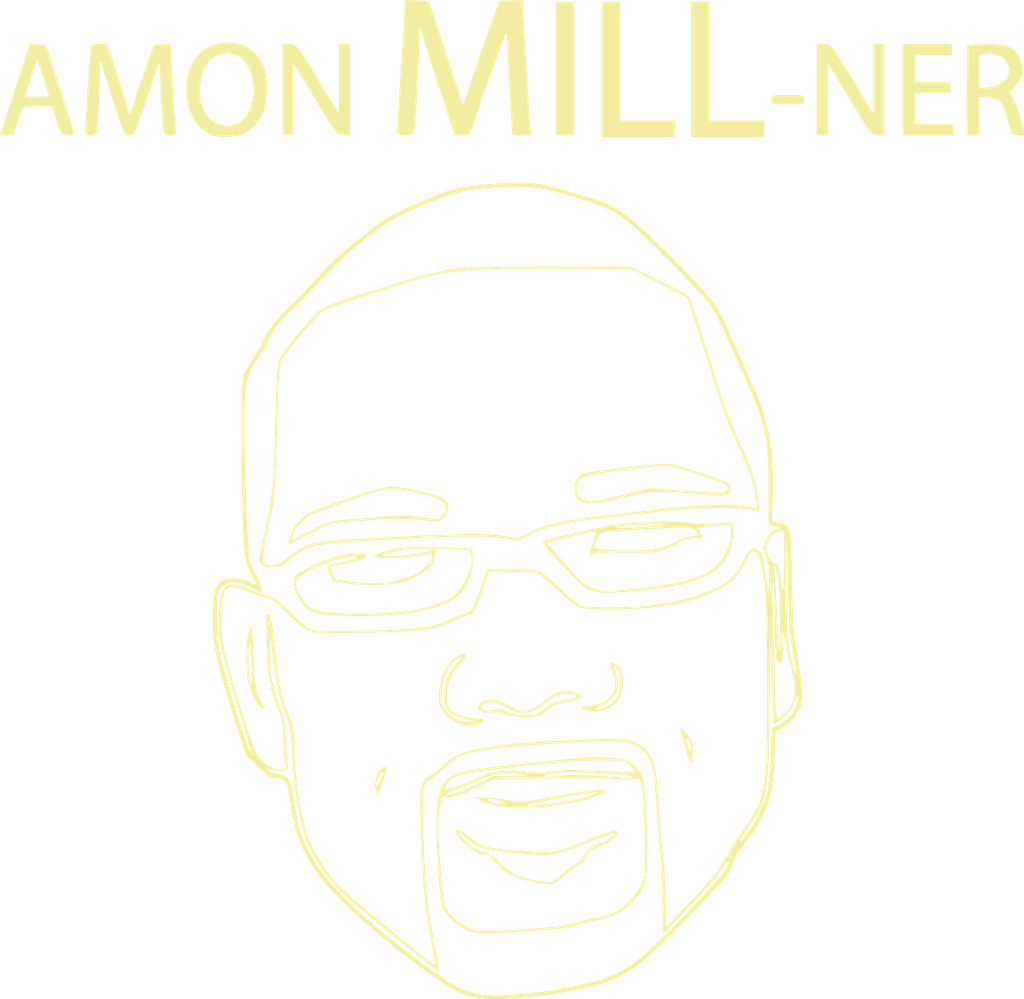
<source format=kicad_pcb>
(kicad_pcb (version 20171130) (host pcbnew "(5.0.0)")

  (general
    (thickness 1.6)
    (drawings 0)
    (tracks 0)
    (zones 0)
    (modules 1)
    (nets 1)
  )

  (page A4)
  (layers
    (0 F.Cu signal)
    (31 B.Cu signal)
    (32 B.Adhes user)
    (33 F.Adhes user)
    (34 B.Paste user)
    (35 F.Paste user)
    (36 B.SilkS user)
    (37 F.SilkS user)
    (38 B.Mask user)
    (39 F.Mask user)
    (40 Dwgs.User user)
    (41 Cmts.User user)
    (42 Eco1.User user)
    (43 Eco2.User user)
    (44 Edge.Cuts user)
    (45 Margin user)
    (46 B.CrtYd user)
    (47 F.CrtYd user)
    (48 B.Fab user)
    (49 F.Fab user)
  )

  (setup
    (last_trace_width 0.25)
    (trace_clearance 0.2)
    (zone_clearance 0.508)
    (zone_45_only no)
    (trace_min 0.2)
    (segment_width 0.2)
    (edge_width 0.15)
    (via_size 0.8)
    (via_drill 0.4)
    (via_min_size 0.4)
    (via_min_drill 0.3)
    (uvia_size 0.3)
    (uvia_drill 0.1)
    (uvias_allowed no)
    (uvia_min_size 0.2)
    (uvia_min_drill 0.1)
    (pcb_text_width 0.3)
    (pcb_text_size 1.5 1.5)
    (mod_edge_width 0.15)
    (mod_text_size 1 1)
    (mod_text_width 0.15)
    (pad_size 1.524 1.524)
    (pad_drill 0.762)
    (pad_to_mask_clearance 0.2)
    (aux_axis_origin 0 0)
    (visible_elements FFFFFF7F)
    (pcbplotparams
      (layerselection 0x010fc_ffffffff)
      (usegerberextensions false)
      (usegerberattributes false)
      (usegerberadvancedattributes false)
      (creategerberjobfile false)
      (excludeedgelayer true)
      (linewidth 0.100000)
      (plotframeref false)
      (viasonmask false)
      (mode 1)
      (useauxorigin false)
      (hpglpennumber 1)
      (hpglpenspeed 20)
      (hpglpendiameter 15.000000)
      (psnegative false)
      (psa4output false)
      (plotreference true)
      (plotvalue true)
      (plotinvisibletext false)
      (padsonsilk false)
      (subtractmaskfromsilk false)
      (outputformat 1)
      (mirror false)
      (drillshape 1)
      (scaleselection 1)
      (outputdirectory ""))
  )

  (net 0 "")

  (net_class Default "This is the default net class."
    (clearance 0.2)
    (trace_width 0.25)
    (via_dia 0.8)
    (via_drill 0.4)
    (uvia_dia 0.3)
    (uvia_drill 0.1)
  )

  (module footprints:amon (layer F.Cu) (tedit 0) (tstamp 5C17CE4A)
    (at 27.178 24.638)
    (fp_text reference G*** (at 0 0) (layer F.SilkS) hide
      (effects (font (size 1.524 1.524) (thickness 0.3)))
    )
    (fp_text value LOGO (at 0.75 0) (layer F.SilkS) hide
      (effects (font (size 1.524 1.524) (thickness 0.3)))
    )
    (fp_poly (pts (xy 7.319844 -0.903313) (xy 7.522501 -0.860135) (xy 7.84614 -0.772583) (xy 8.251826 -0.651955)
      (xy 8.700623 -0.509551) (xy 8.871792 -0.452941) (xy 9.344848 -0.29183) (xy 9.680507 -0.168616)
      (xy 9.903228 -0.071441) (xy 10.037475 0.011549) (xy 10.107709 0.092211) (xy 10.13311 0.158391)
      (xy 10.128639 0.37668) (xy 9.982611 0.512665) (xy 9.691858 0.567962) (xy 9.355666 0.55546)
      (xy 8.571836 0.481487) (xy 7.927648 0.427641) (xy 7.394495 0.39493) (xy 6.943768 0.384361)
      (xy 6.546859 0.39694) (xy 6.17516 0.433675) (xy 5.800064 0.495571) (xy 5.392963 0.583637)
      (xy 4.925247 0.698879) (xy 4.868333 0.713395) (xy 4.253491 0.851967) (xy 3.775575 0.916551)
      (xy 3.419698 0.908171) (xy 3.175 0.830161) (xy 2.991326 0.694141) (xy 2.903444 0.518554)
      (xy 2.894986 0.418288) (xy 2.988294 0.418288) (xy 3.107693 0.644583) (xy 3.284709 0.749552)
      (xy 3.435229 0.798197) (xy 3.583931 0.824101) (xy 3.759721 0.823956) (xy 3.991505 0.794456)
      (xy 4.308187 0.732293) (xy 4.738674 0.634159) (xy 5.147746 0.536378) (xy 6.44316 0.224072)
      (xy 7.96247 0.334286) (xy 8.584327 0.378897) (xy 9.058558 0.410782) (xy 9.40639 0.429957)
      (xy 9.649048 0.436437) (xy 9.807761 0.430237) (xy 9.903754 0.411374) (xy 9.958254 0.379862)
      (xy 9.992462 0.335761) (xy 10.033133 0.230008) (xy 9.998566 0.135404) (xy 9.868603 0.038526)
      (xy 9.623085 -0.074054) (xy 9.241857 -0.215761) (xy 9.079378 -0.272398) (xy 8.541208 -0.458591)
      (xy 8.115308 -0.601182) (xy 7.767468 -0.703392) (xy 7.463476 -0.768442) (xy 7.169122 -0.79955)
      (xy 6.850196 -0.799939) (xy 6.472485 -0.772828) (xy 6.00178 -0.721437) (xy 5.40387 -0.648987)
      (xy 5.261849 -0.63175) (xy 4.602283 -0.550157) (xy 4.090998 -0.480223) (xy 3.707911 -0.415511)
      (xy 3.432939 -0.34959) (xy 3.246 -0.276025) (xy 3.127011 -0.188382) (xy 3.055888 -0.080227)
      (xy 3.012549 0.054874) (xy 3.004156 0.091544) (xy 2.988294 0.418288) (xy 2.894986 0.418288)
      (xy 2.879975 0.240371) (xy 2.879963 0.237555) (xy 2.953353 -0.112848) (xy 3.069166 -0.285973)
      (xy 3.141769 -0.356189) (xy 3.233453 -0.413699) (xy 3.367076 -0.463376) (xy 3.565492 -0.510091)
      (xy 3.851557 -0.558717) (xy 4.248126 -0.614127) (xy 4.778056 -0.681192) (xy 5.118511 -0.72285)
      (xy 5.682942 -0.7876) (xy 6.21062 -0.840851) (xy 6.671436 -0.880133) (xy 7.035284 -0.902981)
      (xy 7.272057 -0.906924) (xy 7.319844 -0.903313)) (layer F.SilkS) (width 0.01))
    (fp_poly (pts (xy -5.228261 0.18162) (xy -4.824451 0.24469) (xy -4.380142 0.335554) (xy -3.941241 0.443371)
      (xy -3.553653 0.557302) (xy -3.263285 0.666507) (xy -3.162896 0.719812) (xy -2.997761 0.916035)
      (xy -2.966481 1.170969) (xy -3.068191 1.440736) (xy -3.179849 1.578879) (xy -3.364233 1.725114)
      (xy -3.558337 1.761825) (xy -3.709016 1.745102) (xy -4.528699 1.659244) (xy -5.490862 1.641144)
      (xy -6.582761 1.690886) (xy -6.983021 1.723422) (xy -8.420375 1.852343) (xy -9.353688 2.324206)
      (xy -9.715621 2.50481) (xy -10.022193 2.653307) (xy -10.242267 2.754932) (xy -10.344708 2.794919)
      (xy -10.346451 2.795035) (xy -10.358977 2.722215) (xy -10.337365 2.604737) (xy -10.232411 2.604737)
      (xy -10.215119 2.624667) (xy -10.125184 2.587871) (xy -9.917822 2.488106) (xy -9.625431 2.341308)
      (xy -9.333768 2.191202) (xy -8.942409 1.993391) (xy -8.640834 1.861631) (xy -8.371698 1.778145)
      (xy -8.077658 1.725155) (xy -7.701371 1.684884) (xy -7.700208 1.684778) (xy -6.903312 1.614049)
      (xy -6.251932 1.561422) (xy -5.723298 1.526188) (xy -5.294642 1.507636) (xy -4.943193 1.505058)
      (xy -4.646182 1.517745) (xy -4.380841 1.544987) (xy -4.184743 1.575268) (xy -3.839305 1.630319)
      (xy -3.614124 1.648777) (xy -3.46399 1.630039) (xy -3.343695 1.573502) (xy -3.328669 1.563855)
      (xy -3.13646 1.365906) (xy -3.067468 1.134156) (xy -3.130512 0.918604) (xy -3.201458 0.842497)
      (xy -3.40674 0.730489) (xy -3.736365 0.610172) (xy -4.146493 0.492954) (xy -4.593286 0.390244)
      (xy -5.032904 0.313449) (xy -5.376334 0.276537) (xy -5.590664 0.266529) (xy -5.783793 0.271272)
      (xy -5.985214 0.297705) (xy -6.224417 0.352764) (xy -6.530894 0.443388) (xy -6.934138 0.576514)
      (xy -7.46364 0.75908) (xy -7.538766 0.785232) (xy -8.042144 0.962756) (xy -8.506161 1.130493)
      (xy -8.900958 1.277327) (xy -9.196676 1.392146) (xy -9.363455 1.463835) (xy -9.367697 1.465997)
      (xy -9.557257 1.594838) (xy -9.772444 1.784442) (xy -9.971955 1.992271) (xy -10.114486 2.175784)
      (xy -10.16 2.282022) (xy -10.187812 2.420901) (xy -10.211392 2.490742) (xy -10.232411 2.604737)
      (xy -10.337365 2.604737) (xy -10.325015 2.537607) (xy -10.287777 2.401504) (xy -10.066328 1.941693)
      (xy -9.719263 1.561052) (xy -9.443766 1.378096) (xy -9.286741 1.30983) (xy -8.999147 1.197838)
      (xy -8.610648 1.053157) (xy -8.150907 0.886825) (xy -7.649589 0.70988) (xy -7.623432 0.700767)
      (xy -7.036409 0.499886) (xy -6.579422 0.352891) (xy -6.224611 0.252495) (xy -5.944116 0.191407)
      (xy -5.710078 0.16234) (xy -5.545667 0.157182) (xy -5.228261 0.18162)) (layer F.SilkS) (width 0.01))
    (fp_poly (pts (xy 4.254794 14.215566) (xy 4.260759 14.217576) (xy 4.338328 14.26392) (xy 4.301783 14.322417)
      (xy 4.132087 14.414633) (xy 4.054707 14.451014) (xy 3.493513 14.658152) (xy 2.80954 14.826667)
      (xy 2.045945 14.951682) (xy 1.245885 15.028319) (xy 0.452518 15.051702) (xy -0.290999 15.016953)
      (xy -0.614345 14.978657) (xy -0.714764 14.957713) (xy 0.699699 14.957713) (xy 0.76552 14.968418)
      (xy 0.9776 14.952845) (xy 1.016 14.948773) (xy 1.323997 14.915932) (xy 1.694823 14.877255)
      (xy 1.905 14.8557) (xy 2.346995 14.797198) (xy 2.805035 14.713847) (xy 3.232813 14.616199)
      (xy 3.584026 14.514807) (xy 3.81 14.421584) (xy 3.94165 14.342462) (xy 3.938236 14.317792)
      (xy 3.7852 14.33394) (xy 3.725333 14.342271) (xy 3.283086 14.408545) (xy 2.825446 14.484729)
      (xy 2.370373 14.5668) (xy 1.935829 14.650739) (xy 1.539776 14.732524) (xy 1.200175 14.808135)
      (xy 0.934988 14.87355) (xy 0.762175 14.92475) (xy 0.699699 14.957713) (xy -0.714764 14.957713)
      (xy -0.963446 14.905847) (xy -1.309699 14.799877) (xy -1.461011 14.738085) (xy -1.578123 14.682935)
      (xy -1.160948 14.682935) (xy -1.138767 14.724831) (xy -0.96538 14.808764) (xy -0.669896 14.866977)
      (xy -0.423334 14.886489) (xy -0.303664 14.8844) (xy -0.320536 14.853072) (xy -0.484159 14.776409)
      (xy -0.496554 14.771019) (xy -0.714449 14.69684) (xy -0.926886 14.655342) (xy -1.090256 14.649662)
      (xy -1.160948 14.682935) (xy -1.578123 14.682935) (xy -1.820334 14.568875) (xy -1.185334 14.597995)
      (xy -0.794508 14.628203) (xy -0.398811 14.678428) (xy -0.107047 14.73287) (xy 0.138893 14.780472)
      (xy 0.374227 14.793458) (xy 0.65381 14.77) (xy 1.032497 14.708272) (xy 1.12062 14.691984)
      (xy 1.96619 14.535691) (xy 2.658409 14.411943) (xy 3.20972 14.31886) (xy 3.632569 14.25456)
      (xy 3.939401 14.217165) (xy 4.142661 14.204794) (xy 4.254794 14.215566)) (layer F.SilkS) (width 0.01))
    (fp_poly (pts (xy -2.442059 16.075623) (xy -2.218535 16.223177) (xy -2.089271 16.335938) (xy -1.828114 16.550181)
      (xy -1.55908 16.730269) (xy -1.418648 16.802745) (xy -1.173983 16.87215) (xy -0.797264 16.938868)
      (xy -0.325769 16.998998) (xy 0.203225 17.048639) (xy 0.752444 17.083892) (xy 1.28461 17.100856)
      (xy 1.439333 17.101793) (xy 1.720278 17.098034) (xy 1.955301 17.081077) (xy 2.181378 17.041436)
      (xy 2.435483 16.969627) (xy 2.754593 16.856163) (xy 3.175681 16.691558) (xy 3.419254 16.593863)
      (xy 3.943228 16.384887) (xy 4.329654 16.236943) (xy 4.597062 16.145393) (xy 4.763984 16.105594)
      (xy 4.84895 16.112906) (xy 4.87049 16.162688) (xy 4.852806 16.234834) (xy 4.734781 16.452319)
      (xy 4.533041 16.626639) (xy 4.212146 16.784861) (xy 4.052399 16.8461) (xy 3.75315 16.968681)
      (xy 3.571086 17.087762) (xy 3.458675 17.239109) (xy 3.420525 17.321558) (xy 3.323312 17.510049)
      (xy 3.237176 17.607133) (xy 3.223873 17.610667) (xy 3.129618 17.66179) (xy 2.939713 17.798926)
      (xy 2.686936 17.997728) (xy 2.54 18.118667) (xy 2.249371 18.356667) (xy 2.027782 18.507813)
      (xy 1.825983 18.58396) (xy 1.594723 18.596963) (xy 1.284754 18.558675) (xy 0.954148 18.500377)
      (xy 0.315278 18.340752) (xy -0.190828 18.111732) (xy -0.591353 17.799517) (xy -0.730729 17.64503)
      (xy -0.913295 17.441226) (xy -1.064655 17.305536) (xy -1.132033 17.271528) (xy -1.507122 17.19446)
      (xy -1.903531 16.980686) (xy -2.231468 16.702624) (xy -2.432783 16.483728) (xy -2.574564 16.301489)
      (xy -2.61085 16.228154) (xy -2.471301 16.228154) (xy -2.371939 16.391082) (xy -2.310777 16.471681)
      (xy -1.918394 16.853498) (xy -1.465901 17.086605) (xy -1.280164 17.133978) (xy -1.014641 17.247036)
      (xy -0.69869 17.501049) (xy -0.559674 17.639523) (xy -0.217294 17.947037) (xy 0.153487 18.169054)
      (xy 0.596163 18.324719) (xy 1.154228 18.433177) (xy 1.283652 18.450906) (xy 1.560905 18.488237)
      (xy 1.758083 18.517379) (xy 1.829686 18.531264) (xy 1.894591 18.486255) (xy 2.061387 18.3565)
      (xy 2.30113 18.164751) (xy 2.462316 18.034) (xy 2.737941 17.814343) (xy 2.965243 17.642485)
      (xy 3.112247 17.54213) (xy 3.14749 17.526) (xy 3.220515 17.457236) (xy 3.321831 17.287485)
      (xy 3.343211 17.243989) (xy 3.519708 17.013788) (xy 3.783977 16.815551) (xy 4.066688 16.695553)
      (xy 4.189151 16.679334) (xy 4.313643 16.634068) (xy 4.479304 16.525282) (xy 4.636351 16.393491)
      (xy 4.735006 16.279211) (xy 4.741333 16.229918) (xy 4.652503 16.246154) (xy 4.435041 16.31743)
      (xy 4.116675 16.433777) (xy 3.725129 16.585226) (xy 3.478279 16.684066) (xy 3.018131 16.862557)
      (xy 2.576184 17.019734) (xy 2.192631 17.142291) (xy 1.907662 17.216918) (xy 1.827279 17.230739)
      (xy 1.526595 17.244687) (xy 1.114123 17.23333) (xy 0.628939 17.200953) (xy 0.110114 17.15184)
      (xy -0.403275 17.090276) (xy -0.872157 17.020546) (xy -1.257457 16.946933) (xy -1.5201 16.873723)
      (xy -1.553272 16.86005) (xy -1.840415 16.693932) (xy -2.106673 16.483329) (xy -2.153674 16.43634)
      (xy -2.349295 16.247887) (xy -2.459462 16.179457) (xy -2.471301 16.228154) (xy -2.61085 16.228154)
      (xy -2.624667 16.200232) (xy -2.578489 16.067708) (xy -2.442059 16.075623)) (layer F.SilkS) (width 0.01))
    (fp_poly (pts (xy 6.751247 -9.45375) (xy 7.186715 -9.24057) (xy 7.574376 -9.046118) (xy 7.885918 -8.884963)
      (xy 8.093028 -8.771674) (xy 8.161216 -8.728233) (xy 8.269774 -8.572712) (xy 8.342303 -8.369994)
      (xy 8.38663 -8.207082) (xy 8.474309 -7.915664) (xy 8.595322 -7.527937) (xy 8.739652 -7.076099)
      (xy 8.860726 -6.703677) (xy 9.041885 -6.143987) (xy 9.231578 -5.546504) (xy 9.411862 -4.968475)
      (xy 9.564795 -4.467148) (xy 9.62165 -4.27591) (xy 9.775228 -3.803854) (xy 9.979642 -3.246662)
      (xy 10.209466 -2.670391) (xy 10.439276 -2.141093) (xy 10.464155 -2.08708) (xy 10.768321 -1.415934)
      (xy 11.00057 -0.863572) (xy 11.170817 -0.400533) (xy 11.288975 0.002649) (xy 11.364959 0.375436)
      (xy 11.40562 0.710917) (xy 11.456641 1.294833) (xy 11.210487 1.236841) (xy 10.710219 1.159112)
      (xy 10.049872 1.124047) (xy 9.228856 1.131679) (xy 8.24658 1.182041) (xy 7.102454 1.275168)
      (xy 5.795886 1.411092) (xy 4.326287 1.589848) (xy 3.81 1.657634) (xy 3.099876 1.756743)
      (xy 2.528311 1.84823) (xy 2.065195 1.939443) (xy 1.680417 2.037731) (xy 1.343864 2.150443)
      (xy 1.025427 2.284928) (xy 0.808759 2.390092) (xy 0.296333 2.649053) (xy -0.465667 2.538087)
      (xy -0.798216 2.499569) (xy -1.192224 2.473317) (xy -1.660013 2.459638) (xy -2.213907 2.458835)
      (xy -2.866227 2.471215) (xy -3.629298 2.497082) (xy -4.515442 2.536741) (xy -5.536981 2.590497)
      (xy -6.70624 2.658655) (xy -7.62 2.715147) (xy -8.253357 2.76073) (xy -8.749901 2.813956)
      (xy -9.142144 2.884234) (xy -9.462597 2.980976) (xy -9.743771 3.113593) (xy -10.018179 3.291494)
      (xy -10.264491 3.480608) (xy -10.552605 3.699985) (xy -10.768047 3.826313) (xy -10.960865 3.883223)
      (xy -11.141495 3.894667) (xy -11.42899 3.86068) (xy -11.625465 3.771062) (xy -11.635696 3.761543)
      (xy -11.728023 3.574185) (xy -11.728437 3.538985) (xy -11.581135 3.538985) (xy -11.5416 3.69976)
      (xy -11.432326 3.779534) (xy -11.242385 3.806392) (xy -11.126376 3.808704) (xy -10.912067 3.763553)
      (xy -10.64396 3.615879) (xy -10.35487 3.400526) (xy -10.129718 3.222601) (xy -9.928089 3.077069)
      (xy -9.729675 2.959586) (xy -9.514167 2.865807) (xy -9.261257 2.791386) (xy -8.950636 2.73198)
      (xy -8.561996 2.683243) (xy -8.075028 2.640831) (xy -7.469423 2.6004) (xy -6.724873 2.557605)
      (xy -6.307667 2.534701) (xy -5.168506 2.474364) (xy -4.184192 2.426631) (xy -3.340724 2.391262)
      (xy -2.624103 2.368019) (xy -2.020331 2.356665) (xy -1.515406 2.35696) (xy -1.095331 2.368667)
      (xy -0.746105 2.391547) (xy -0.453729 2.425362) (xy -0.396745 2.434069) (xy 0.264844 2.539804)
      (xy 0.873255 2.24536) (xy 1.173612 2.108574) (xy 1.474209 1.993344) (xy 1.800782 1.894007)
      (xy 2.179066 1.804902) (xy 2.634797 1.720364) (xy 3.193711 1.63473) (xy 3.881543 1.542338)
      (xy 4.318 1.487349) (xy 5.584107 1.334984) (xy 6.694673 1.211669) (xy 7.660858 1.116724)
      (xy 8.493823 1.049468) (xy 9.204728 1.009223) (xy 9.804736 0.995309) (xy 10.305007 1.007045)
      (xy 10.716701 1.043752) (xy 10.954302 1.083149) (xy 11.367605 1.167633) (xy 11.317002 0.68965)
      (xy 11.242957 0.255083) (xy 11.102315 -0.248097) (xy 10.888082 -0.839868) (xy 10.593259 -1.540205)
      (xy 10.34625 -2.082063) (xy 10.116492 -2.609012) (xy 9.874671 -3.22171) (xy 9.650487 -3.841803)
      (xy 9.482697 -4.360333) (xy 9.315424 -4.911679) (xy 9.118159 -5.546493) (xy 8.915059 -6.187804)
      (xy 8.730283 -6.758638) (xy 8.7234 -6.779571) (xy 8.576755 -7.230818) (xy 8.445631 -7.644764)
      (xy 8.341113 -7.985629) (xy 8.274289 -8.217632) (xy 8.259563 -8.276554) (xy 8.18195 -8.494776)
      (xy 8.081812 -8.639199) (xy 7.967514 -8.709933) (xy 7.730321 -8.840201) (xy 7.399203 -9.014635)
      (xy 7.003134 -9.217872) (xy 6.753754 -9.343549) (xy 5.545666 -9.948333) (xy 2.328333 -9.97424)
      (xy 1.180477 -9.97978) (xy 0.184855 -9.975951) (xy -0.675426 -9.961787) (xy -1.417256 -9.936319)
      (xy -2.057528 -9.89858) (xy -2.613132 -9.847602) (xy -3.100961 -9.782419) (xy -3.537905 -9.702062)
      (xy -3.894667 -9.617785) (xy -4.260124 -9.517091) (xy -4.714731 -9.383768) (xy -5.233977 -9.225803)
      (xy -5.793349 -9.05118) (xy -6.368335 -8.867886) (xy -6.934421 -8.683906) (xy -7.467096 -8.507226)
      (xy -7.941846 -8.345833) (xy -8.33416 -8.207711) (xy -8.619525 -8.100847) (xy -8.773428 -8.033226)
      (xy -8.788367 -8.02349) (xy -8.980889 -7.842609) (xy -9.23493 -7.571797) (xy -9.526923 -7.239889)
      (xy -9.833302 -6.875718) (xy -10.130497 -6.508117) (xy -10.394943 -6.165922) (xy -10.603072 -5.877965)
      (xy -10.731317 -5.67308) (xy -10.756858 -5.615114) (xy -10.787868 -5.432402) (xy -10.818483 -5.092878)
      (xy -10.84805 -4.609065) (xy -10.875915 -3.993483) (xy -10.901425 -3.258654) (xy -10.923925 -2.417101)
      (xy -10.924021 -2.413) (xy -10.944087 -1.60172) (xy -10.963706 -0.937627) (xy -10.984368 -0.398589)
      (xy -11.007562 0.03753) (xy -11.034778 0.392863) (xy -11.067504 0.689545) (xy -11.107231 0.94971)
      (xy -11.155447 1.195492) (xy -11.171851 1.27) (xy -11.274662 1.746192) (xy -11.383682 2.280879)
      (xy -11.478435 2.773095) (xy -11.494693 2.862103) (xy -11.561856 3.269128) (xy -11.581135 3.538985)
      (xy -11.728437 3.538985) (xy -11.729557 3.444043) (xy -11.560735 2.649696) (xy -11.423296 1.990828)
      (xy -11.313615 1.437245) (xy -11.228064 0.958752) (xy -11.163017 0.525153) (xy -11.114847 0.106254)
      (xy -11.079926 -0.32814) (xy -11.054628 -0.808224) (xy -11.035327 -1.364194) (xy -11.018395 -2.026244)
      (xy -11.005708 -2.582333) (xy -10.98556 -3.351296) (xy -10.962027 -4.041264) (xy -10.936002 -4.634831)
      (xy -10.908378 -5.11459) (xy -10.880047 -5.463134) (xy -10.851903 -5.663054) (xy -10.846664 -5.682758)
      (xy -10.745305 -5.882591) (xy -10.541995 -6.181662) (xy -10.25363 -6.558583) (xy -9.897101 -6.991969)
      (xy -9.489302 -7.460435) (xy -9.139276 -7.844188) (xy -9.021367 -7.963959) (xy -8.898787 -8.064834)
      (xy -8.747199 -8.157581) (xy -8.542265 -8.252969) (xy -8.259649 -8.361769) (xy -7.875014 -8.494748)
      (xy -7.364023 -8.662677) (xy -7.087248 -8.752234) (xy -6.143562 -9.053961) (xy -5.340698 -9.303736)
      (xy -4.660017 -9.506582) (xy -4.082882 -9.667524) (xy -3.590653 -9.791584) (xy -3.164693 -9.883788)
      (xy -2.786363 -9.949158) (xy -2.516321 -9.984309) (xy -2.248491 -10.004497) (xy -1.83394 -10.023061)
      (xy -1.295278 -10.039533) (xy -0.655114 -10.053446) (xy 0.063943 -10.064331) (xy 0.839283 -10.071721)
      (xy 1.648298 -10.075147) (xy 1.883251 -10.075333) (xy 5.46651 -10.075333) (xy 6.751247 -9.45375)) (layer F.SilkS) (width 0.01))
    (fp_poly (pts (xy 7.934079 1.793318) (xy 8.227093 1.81475) (xy 8.353643 1.839282) (xy 8.56427 1.873514)
      (xy 8.899389 1.883091) (xy 9.315832 1.867105) (xy 9.398 1.861299) (xy 9.746964 1.837362)
      (xy 10.025637 1.822895) (xy 10.195762 1.819635) (xy 10.229547 1.823498) (xy 10.267283 1.946155)
      (xy 10.26892 2.183539) (xy 10.240147 2.48628) (xy 10.186652 2.805009) (xy 10.114123 3.090354)
      (xy 10.069582 3.211936) (xy 9.833501 3.622144) (xy 9.498213 3.97206) (xy 9.052952 4.266092)
      (xy 8.486951 4.508651) (xy 7.789443 4.704145) (xy 6.949662 4.856983) (xy 5.95684 4.971574)
      (xy 5.723871 4.991518) (xy 5.150272 5.035153) (xy 4.712454 5.060154) (xy 4.377868 5.066269)
      (xy 4.113964 5.053248) (xy 3.88819 5.020838) (xy 3.694244 4.975826) (xy 3.57228 4.937775)
      (xy 3.454265 4.881736) (xy 3.322757 4.791837) (xy 3.160313 4.652207) (xy 2.949493 4.446973)
      (xy 2.672853 4.160264) (xy 2.312953 3.776208) (xy 1.973518 3.410001) (xy 1.668497 3.067281)
      (xy 1.487747 2.832499) (xy 1.462085 2.775894) (xy 1.608666 2.775894) (xy 1.662282 2.854677)
      (xy 1.806042 3.026894) (xy 2.014312 3.262412) (xy 2.137833 3.397977) (xy 2.423317 3.711441)
      (xy 2.710649 4.032118) (xy 2.948093 4.302146) (xy 2.996319 4.35814) (xy 3.318943 4.666055)
      (xy 3.666578 4.847192) (xy 3.715986 4.863321) (xy 3.934998 4.9251) (xy 4.139662 4.964318)
      (xy 4.365835 4.98182) (xy 4.649377 4.978453) (xy 5.026146 4.955063) (xy 5.532001 4.912496)
      (xy 5.588 4.907492) (xy 6.659181 4.78745) (xy 7.567295 4.633598) (xy 8.315353 4.445148)
      (xy 8.90637 4.221313) (xy 9.343359 3.961305) (xy 9.407373 3.909334) (xy 9.756794 3.517881)
      (xy 10.012091 3.044552) (xy 10.14584 2.546251) (xy 10.159172 2.3495) (xy 10.16 1.947334)
      (xy 9.800166 1.948069) (xy 9.490515 1.959483) (xy 9.132783 1.987371) (xy 8.99826 2.001909)
      (xy 8.556188 2.055012) (xy 8.90153 2.54) (xy 8.464619 2.54) (xy 8.09323 2.576477)
      (xy 7.833455 2.693229) (xy 7.816827 2.705879) (xy 7.619797 2.827882) (xy 7.336002 2.966199)
      (xy 7.126139 3.052546) (xy 6.93089 3.120316) (xy 6.74148 3.167663) (xy 6.524365 3.197286)
      (xy 6.246 3.211883) (xy 5.872841 3.214152) (xy 5.371344 3.206792) (xy 5.241331 3.204166)
      (xy 4.70059 3.195527) (xy 4.303874 3.196448) (xy 4.026061 3.208504) (xy 3.84203 3.23327)
      (xy 3.726662 3.272324) (xy 3.681482 3.302) (xy 3.570419 3.381796) (xy 3.555108 3.336206)
      (xy 3.574873 3.259667) (xy 3.633278 3.08152) (xy 3.678558 2.955746) (xy 3.81 2.955746)
      (xy 3.889258 3.01125) (xy 4.106008 3.056096) (xy 4.428714 3.089773) (xy 4.825838 3.111768)
      (xy 5.265844 3.121572) (xy 5.717194 3.118673) (xy 6.148353 3.10256) (xy 6.527782 3.072721)
      (xy 6.823945 3.028646) (xy 6.914885 3.006073) (xy 7.238276 2.885381) (xy 7.5523 2.730022)
      (xy 7.653679 2.667407) (xy 8.047403 2.487751) (xy 8.301093 2.455334) (xy 8.542059 2.435827)
      (xy 8.623934 2.369362) (xy 8.553297 2.244019) (xy 8.465303 2.157767) (xy 8.402758 2.108933)
      (xy 8.323462 2.073444) (xy 8.205369 2.050798) (xy 8.02643 2.040491) (xy 7.764598 2.042023)
      (xy 7.397827 2.05489) (xy 6.90407 2.078591) (xy 6.32747 2.10906) (xy 5.759752 2.14106)
      (xy 5.242666 2.173) (xy 4.802227 2.203046) (xy 4.464454 2.229367) (xy 4.255364 2.25013)
      (xy 4.204437 2.258574) (xy 4.079656 2.359453) (xy 3.947285 2.556789) (xy 3.845058 2.783883)
      (xy 3.81 2.955746) (xy 3.678558 2.955746) (xy 3.726266 2.823231) (xy 3.776029 2.691196)
      (xy 3.853386 2.452622) (xy 3.882778 2.282239) (xy 3.872894 2.236006) (xy 3.777728 2.236012)
      (xy 3.557927 2.271461) (xy 3.250154 2.333612) (xy 2.891069 2.413722) (xy 2.517335 2.50305)
      (xy 2.165613 2.592854) (xy 1.872564 2.674393) (xy 1.67485 2.738925) (xy 1.608666 2.775894)
      (xy 1.462085 2.775894) (xy 1.428446 2.701696) (xy 1.447926 2.672139) (xy 1.622931 2.620002)
      (xy 1.911088 2.543763) (xy 2.273586 2.452687) (xy 2.671611 2.356037) (xy 3.066351 2.263075)
      (xy 3.418992 2.183064) (xy 3.690723 2.125268) (xy 3.84273 2.09895) (xy 3.852333 2.098302)
      (xy 4.030284 2.072076) (xy 4.109756 2.05359) (xy 4.807405 2.05359) (xy 4.934314 2.070538)
      (xy 5.183757 2.072106) (xy 5.532768 2.059145) (xy 5.95838 2.032505) (xy 6.437625 1.993034)
      (xy 6.942666 1.94212) (xy 7.150358 1.916719) (xy 7.226106 1.899908) (xy 7.161715 1.891168)
      (xy 6.948991 1.889978) (xy 6.579739 1.895818) (xy 6.307666 1.901821) (xy 5.844043 1.918136)
      (xy 5.426322 1.942951) (xy 5.090634 1.973375) (xy 4.873111 2.006515) (xy 4.826 2.020414)
      (xy 4.807405 2.05359) (xy 4.109756 2.05359) (xy 4.293662 2.010812) (xy 4.445 1.968903)
      (xy 4.67897 1.923611) (xy 5.037876 1.882761) (xy 5.488131 1.847467) (xy 5.996147 1.818842)
      (xy 6.528338 1.798001) (xy 7.051115 1.786057) (xy 7.530891 1.784125) (xy 7.934079 1.793318)) (layer F.SilkS) (width 0.01))
    (fp_poly (pts (xy -3.258786 2.965926) (xy -2.800504 2.977576) (xy -2.402674 2.995474) (xy -2.096678 3.019399)
      (xy -1.913899 3.049132) (xy -1.8796 3.064934) (xy -1.797303 3.250655) (xy -1.78115 3.542312)
      (xy -1.827204 3.891691) (xy -1.931528 4.250575) (xy -1.987239 4.382882) (xy -2.183019 4.769042)
      (xy -2.384344 5.070782) (xy -2.619432 5.30731) (xy -2.916501 5.497837) (xy -3.303771 5.661573)
      (xy -3.80946 5.817727) (xy -4.272751 5.938758) (xy -4.668583 6.011956) (xy -5.194077 6.07152)
      (xy -5.809997 6.115964) (xy -6.477108 6.1438) (xy -7.156174 6.153542) (xy -7.807961 6.143702)
      (xy -8.393232 6.112793) (xy -8.537499 6.100384) (xy -9.005723 6.036465) (xy -9.326841 5.94531)
      (xy -9.468832 5.867303) (xy -9.70469 5.628901) (xy -9.916061 5.304368) (xy -10.071486 4.954506)
      (xy -10.139508 4.640115) (xy -10.13949 4.637493) (xy -10.055577 4.637493) (xy -9.997468 4.888928)
      (xy -9.842523 5.200079) (xy -9.654961 5.500901) (xy -9.462191 5.709137) (xy -9.224563 5.84662)
      (xy -8.902429 5.935181) (xy -8.45614 5.996653) (xy -8.382 6.00429) (xy -7.858212 6.040501)
      (xy -7.250442 6.056199) (xy -6.602167 6.05271) (xy -5.95686 6.03136) (xy -5.357997 5.993477)
      (xy -4.849052 5.940388) (xy -4.530754 5.886753) (xy -3.795747 5.702922) (xy -3.2186 5.506807)
      (xy -2.80339 5.299994) (xy -2.596701 5.13457) (xy -2.351378 4.816876) (xy -2.143943 4.445486)
      (xy -1.986948 4.058198) (xy -1.892945 3.692809) (xy -1.874485 3.387116) (xy -1.944121 3.178917)
      (xy -1.946354 3.17618) (xy -2.049988 3.109201) (xy -2.245297 3.068781) (xy -2.562492 3.05038)
      (xy -2.79918 3.048) (xy -3.545625 3.048) (xy -3.602142 3.424886) (xy -3.651029 3.649804)
      (xy -3.742018 3.81407) (xy -3.914553 3.971792) (xy -4.094164 4.099895) (xy -4.404252 4.290643)
      (xy -4.731541 4.459446) (xy -4.910667 4.534485) (xy -5.265187 4.621412) (xy -5.737675 4.681025)
      (xy -6.278683 4.71143) (xy -6.838764 4.710731) (xy -7.36847 4.677032) (xy -7.65437 4.639656)
      (xy -8.32374 4.529667) (xy -8.477856 4.166403) (xy -8.564769 3.92756) (xy -8.567826 3.805163)
      (xy -8.528152 3.774956) (xy -8.395447 3.745601) (xy -8.151162 3.6967) (xy -7.874 3.643718)
      (xy -7.503306 3.565244) (xy -7.265796 3.495732) (xy -7.170056 3.440002) (xy -7.224674 3.402874)
      (xy -7.420582 3.389241) (xy -7.829198 3.435219) (xy -8.330787 3.569083) (xy -8.882895 3.777071)
      (xy -9.440334 4.043963) (xy -9.789227 4.250129) (xy -9.990235 4.436266) (xy -10.055577 4.637493)
      (xy -10.13949 4.637493) (xy -10.139018 4.572) (xy -10.112809 4.404775) (xy -10.039574 4.2795)
      (xy -9.883979 4.158134) (xy -9.610693 4.002638) (xy -9.609667 4.002086) (xy -8.813187 3.623928)
      (xy -8.070382 3.373433) (xy -7.704667 3.295228) (xy -7.388706 3.260678) (xy -7.101137 3.259181)
      (xy -6.877504 3.286554) (xy -6.753353 3.338612) (xy -6.759311 3.40651) (xy -6.890901 3.47686)
      (xy -7.137619 3.564662) (xy -7.448214 3.655873) (xy -7.771434 3.736453) (xy -8.056028 3.79236)
      (xy -8.232001 3.81) (xy -8.393327 3.817085) (xy -8.452747 3.865948) (xy -8.423441 3.998002)
      (xy -8.349732 4.179972) (xy -8.232796 4.459838) (xy -7.316144 4.572928) (xy -6.810687 4.625953)
      (xy -6.403877 4.643042) (xy -6.029016 4.624783) (xy -5.720089 4.586994) (xy -5.256897 4.492366)
      (xy -4.81542 4.353804) (xy -4.43514 4.187767) (xy -4.155536 4.010714) (xy -4.039067 3.886205)
      (xy -3.915822 3.757488) (xy -3.831968 3.725334) (xy -3.753647 3.651524) (xy -3.725334 3.48725)
      (xy -3.725334 3.249166) (xy -4.339167 3.356889) (xy -4.706219 3.408125) (xy -5.110684 3.443535)
      (xy -5.515125 3.462501) (xy -5.882106 3.464404) (xy -6.17419 3.448624) (xy -6.353942 3.414543)
      (xy -6.389781 3.390798) (xy -6.36142 3.345587) (xy -6.016938 3.345587) (xy -5.907701 3.376529)
      (xy -5.681452 3.384945) (xy -5.363536 3.37129) (xy -4.979299 3.336018) (xy -4.554087 3.279583)
      (xy -4.456992 3.264281) (xy -4.118911 3.205257) (xy -3.848528 3.150275) (xy -3.686508 3.107956)
      (xy -3.659715 3.09527) (xy -3.717372 3.075281) (xy -3.910725 3.059476) (xy -4.206147 3.049906)
      (xy -4.435094 3.048) (xy -4.957397 3.063965) (xy -5.321338 3.11248) (xy -5.496804 3.171623)
      (xy -5.67512 3.244049) (xy -5.780266 3.250488) (xy -5.782583 3.248529) (xy -5.883127 3.247573)
      (xy -5.983817 3.291665) (xy -6.016938 3.345587) (xy -6.36142 3.345587) (xy -6.347542 3.323464)
      (xy -6.183385 3.245777) (xy -6.077278 3.212958) (xy -5.80319 3.133882) (xy -5.567744 3.057052)
      (xy -5.520517 3.039494) (xy -5.358566 3.009057) (xy -5.068769 2.986182) (xy -4.68251 2.970651)
      (xy -4.231171 2.962244) (xy -3.746136 2.960743) (xy -3.258786 2.965926)) (layer F.SilkS) (width 0.01))
    (fp_poly (pts (xy -12.104863 6.709203) (xy -12.078843 6.797255) (xy -12.057834 6.990609) (xy -12.038921 7.308907)
      (xy -12.019193 7.771794) (xy -12.013643 7.916334) (xy -11.98897 8.498415) (xy -11.961741 8.942929)
      (xy -11.926914 9.281624) (xy -11.879446 9.546247) (xy -11.814296 9.768547) (xy -11.726421 9.980271)
      (xy -11.66608 10.104705) (xy -11.562264 10.345065) (xy -11.548855 10.463047) (xy -11.624044 10.44969)
      (xy -11.71904 10.366865) (xy -11.939613 10.06037) (xy -12.130409 9.628081) (xy -12.272655 9.113178)
      (xy -12.280079 9.076326) (xy -12.327535 8.71435) (xy -12.348024 8.284717) (xy -12.34591 8.075822)
      (xy -12.260801 8.075822) (xy -12.248144 8.462773) (xy -12.219287 8.833517) (xy -12.176939 9.130468)
      (xy -12.143193 9.257342) (xy -12.090494 9.368589) (xy -12.073022 9.380485) (xy -12.071427 9.291501)
      (xy -12.076571 9.0657) (xy -12.087492 8.735421) (xy -12.103228 8.333003) (xy -12.106515 8.255)
      (xy -12.127352 7.81668) (xy -12.147041 7.533006) (xy -12.167863 7.389327) (xy -12.1921 7.37099)
      (xy -12.222036 7.463343) (xy -12.226672 7.483644) (xy -12.254547 7.730251) (xy -12.260801 8.075822)
      (xy -12.34591 8.075822) (xy -12.34345 7.832944) (xy -12.31572 7.404549) (xy -12.266736 7.045049)
      (xy -12.198405 6.799963) (xy -12.183587 6.77043) (xy -12.138807 6.706809) (xy -12.104863 6.709203)) (layer F.SilkS) (width 0.01))
    (fp_poly (pts (xy 4.855148 8.42348) (xy 5.027693 8.604897) (xy 5.120348 8.89245) (xy 5.126641 8.931554)
      (xy 5.136102 9.436215) (xy 5.014956 9.882021) (xy 4.774985 10.240956) (xy 4.484862 10.457611)
      (xy 4.218965 10.537934) (xy 3.869303 10.571694) (xy 3.516226 10.554055) (xy 3.3655 10.524971)
      (xy 3.25889 10.474734) (xy 3.861437 10.474734) (xy 3.979333 10.491666) (xy 4.194915 10.452023)
      (xy 4.438203 10.346832) (xy 4.461566 10.333059) (xy 4.765766 10.090234) (xy 4.944717 9.790712)
      (xy 5.018703 9.394548) (xy 5.023555 9.226503) (xy 5.005154 8.922644) (xy 4.957016 8.6867)
      (xy 4.91441 8.598178) (xy 4.782949 8.476684) (xy 4.724092 8.499472) (xy 4.7481 8.653385)
      (xy 4.787986 8.760281) (xy 4.901336 9.208397) (xy 4.853613 9.61222) (xy 4.649189 9.963529)
      (xy 4.292438 10.254106) (xy 3.894666 10.439362) (xy 3.861437 10.474734) (xy 3.25889 10.474734)
      (xy 3.227885 10.460124) (xy 3.238521 10.392911) (xy 3.377788 10.343194) (xy 3.558719 10.329334)
      (xy 4.014514 10.26437) (xy 4.381021 10.085148) (xy 4.641646 9.815167) (xy 4.779794 9.477928)
      (xy 4.778872 9.096933) (xy 4.661952 8.766906) (xy 4.559719 8.510852) (xy 4.567368 8.363896)
      (xy 4.678291 8.337783) (xy 4.855148 8.42348)) (layer F.SilkS) (width 0.01))
    (fp_poly (pts (xy 2.8684 9.679309) (xy 3.087857 9.778535) (xy 3.14404 9.839737) (xy 3.158255 9.940366)
      (xy 3.052017 10.024382) (xy 2.808763 10.099519) (xy 2.438324 10.169293) (xy 2.076349 10.250726)
      (xy 1.805249 10.378565) (xy 1.592661 10.545387) (xy 1.425369 10.688917) (xy 1.281187 10.775508)
      (xy 1.109609 10.819526) (xy 0.860127 10.835338) (xy 0.566271 10.837334) (xy 0.13238 10.82297)
      (xy -0.155073 10.777893) (xy -0.301318 10.711957) (xy -0.471338 10.636164) (xy -0.729998 10.620439)
      (xy -0.934726 10.636215) (xy -1.290727 10.640627) (xy -1.509783 10.566989) (xy -1.584922 10.419004)
      (xy -1.57426 10.367574) (xy -1.439334 10.367574) (xy -1.366477 10.493578) (xy -1.174391 10.551953)
      (xy -0.902801 10.533443) (xy -0.816271 10.512767) (xy -0.570479 10.47623) (xy -0.363997 10.543124)
      (xy -0.284196 10.592093) (xy -0.079713 10.68772) (xy 0.197974 10.738044) (xy 0.571256 10.752109)
      (xy 0.897195 10.747092) (xy 1.112165 10.718947) (xy 1.27447 10.649127) (xy 1.442411 10.519087)
      (xy 1.519266 10.450537) (xy 1.763157 10.260336) (xy 2.014948 10.147547) (xy 2.352864 10.07791)
      (xy 2.378408 10.074239) (xy 2.729374 10.009756) (xy 2.943287 9.938048) (xy 3.010777 9.865174)
      (xy 2.922473 9.797187) (xy 2.843983 9.773355) (xy 2.431313 9.751306) (xy 2.01131 9.871282)
      (xy 1.720998 10.050121) (xy 1.481592 10.242187) (xy 1.257779 10.421742) (xy 1.214659 10.456334)
      (xy 0.946156 10.584599) (xy 0.599568 10.636766) (xy 0.239915 10.613965) (xy -0.06778 10.517331)
      (xy -0.192705 10.431814) (xy -0.407484 10.293797) (xy -0.67791 10.205027) (xy -0.960081 10.167768)
      (xy -1.210091 10.184282) (xy -1.384039 10.25683) (xy -1.439334 10.367574) (xy -1.57426 10.367574)
      (xy -1.561006 10.303648) (xy -1.417102 10.144441) (xy -1.166644 10.064347) (xy -0.852442 10.062702)
      (xy -0.517305 10.13884) (xy -0.204043 10.292097) (xy -0.156473 10.325454) (xy 0.234359 10.522985)
      (xy 0.64147 10.553827) (xy 1.057897 10.419024) (xy 1.476682 10.119618) (xy 1.526055 10.073359)
      (xy 1.916364 9.785137) (xy 2.224669 9.671855) (xy 2.562953 9.640513) (xy 2.8684 9.679309)) (layer F.SilkS) (width 0.01))
    (fp_poly (pts (xy -2.141469 7.958677) (xy -2.237746 8.143285) (xy -2.460253 8.42429) (xy -2.488579 8.456434)
      (xy -2.802546 8.880153) (xy -2.980474 9.314825) (xy -3.045882 9.822494) (xy -3.047528 9.931015)
      (xy -3.022778 10.232022) (xy -2.932401 10.439227) (xy -2.850164 10.534867) (xy -2.635778 10.673201)
      (xy -2.313158 10.796097) (xy -1.943374 10.885126) (xy -1.5875 10.921861) (xy -1.567163 10.922)
      (xy -1.370012 10.952093) (xy -1.325664 11.025033) (xy -1.432222 11.114814) (xy -1.585333 11.17095)
      (xy -1.871998 11.238513) (xy -2.093321 11.245137) (xy -2.33768 11.187305) (xy -2.491071 11.134918)
      (xy -2.862237 10.938329) (xy -3.162703 10.656941) (xy -3.349909 10.333967) (xy -3.377789 10.234619)
      (xy -3.392714 10.023041) (xy -3.295768 10.023041) (xy -3.278609 10.238667) (xy -3.220402 10.396189)
      (xy -3.127979 10.529383) (xy -2.775398 10.865627) (xy -2.36602 11.046001) (xy -1.989667 11.084286)
      (xy -1.566334 11.077872) (xy -2.088042 10.964441) (xy -2.404783 10.880361) (xy -2.684109 10.780277)
      (xy -2.827299 10.708468) (xy -3.042964 10.468349) (xy -3.151726 10.109226) (xy -3.149602 9.646559)
      (xy -3.13242 9.523483) (xy -3.048775 9.128183) (xy -2.925396 8.827769) (xy -2.72533 8.547817)
      (xy -2.555141 8.360834) (xy -2.384892 8.158946) (xy -2.344381 8.057068) (xy -2.426223 8.065273)
      (xy -2.623027 8.193631) (xy -2.657945 8.22067) (xy -2.956453 8.559344) (xy -3.164961 9.025566)
      (xy -3.274522 9.598208) (xy -3.282021 9.694334) (xy -3.295768 10.023041) (xy -3.392714 10.023041)
      (xy -3.409703 9.782233) (xy -3.342381 9.299191) (xy -3.191915 8.830643) (xy -2.974398 8.42174)
      (xy -2.705924 8.11763) (xy -2.595487 8.039876) (xy -2.321793 7.901308) (xy -2.169969 7.87613)
      (xy -2.141469 7.958677)) (layer F.SilkS) (width 0.01))
    (fp_poly (pts (xy 8.090936 11.619257) (xy 8.2692 11.836627) (xy 8.35504 12.03357) (xy 8.380188 12.293536)
      (xy 8.380703 12.381257) (xy 8.367564 12.72711) (xy 8.331079 12.905701) (xy 8.271892 12.917395)
      (xy 8.19065 12.762555) (xy 8.088 12.441545) (xy 8.018407 12.177358) (xy 7.927346 11.81302)
      (xy 8.073879 11.81302) (xy 8.080581 11.956972) (xy 8.139912 12.20462) (xy 8.206166 12.416333)
      (xy 8.244265 12.478812) (xy 8.268658 12.406707) (xy 8.277696 12.344354) (xy 8.265238 12.100366)
      (xy 8.211026 11.934936) (xy 8.118794 11.80024) (xy 8.073879 11.81302) (xy 7.927346 11.81302)
      (xy 7.799873 11.303) (xy 8.090936 11.619257)) (layer F.SilkS) (width 0.01))
    (fp_poly (pts (xy -5.859891 13.262858) (xy -5.915385 13.53643) (xy -6.008457 13.838578) (xy -6.129235 14.173634)
      (xy -6.215994 14.353879) (xy -6.274101 14.389193) (xy -6.292183 14.36082) (xy -6.355164 14.019834)
      (xy -6.339587 13.880349) (xy -6.258457 13.880349) (xy -6.249939 14.01977) (xy -6.221713 14.020511)
      (xy -6.150121 13.875396) (xy -6.135276 13.843) (xy -6.053184 13.627533) (xy -6.017862 13.46325)
      (xy -6.017845 13.462) (xy -6.040147 13.397628) (xy -6.122162 13.474883) (xy -6.141027 13.499349)
      (xy -6.236822 13.714415) (xy -6.258457 13.880349) (xy -6.339587 13.880349) (xy -6.315228 13.662244)
      (xy -6.18266 13.364643) (xy -6.153464 13.327622) (xy -5.979413 13.156755) (xy -5.881394 13.135733)
      (xy -5.859891 13.262858)) (layer F.SilkS) (width 0.01))
    (fp_poly (pts (xy 4.445877 12.730274) (xy 4.685153 12.752895) (xy 4.814912 12.769856) (xy 5.15373 12.825984)
      (xy 5.379185 12.893087) (xy 5.546744 12.995198) (xy 5.711872 13.156353) (xy 5.715176 13.159956)
      (xy 5.895884 13.392186) (xy 6.02508 13.621178) (xy 6.051202 13.694664) (xy 6.11488 14.041388)
      (xy 6.16861 14.533791) (xy 6.210871 15.148429) (xy 6.240138 15.861856) (xy 6.254889 16.650629)
      (xy 6.256101 16.848667) (xy 6.253923 17.467507) (xy 6.237129 17.947657) (xy 6.198123 18.319613)
      (xy 6.129309 18.613872) (xy 6.02309 18.86093) (xy 5.871872 19.091286) (xy 5.668057 19.335435)
      (xy 5.624671 19.383785) (xy 5.158072 19.802994) (xy 4.620268 20.092988) (xy 3.975765 20.272787)
      (xy 3.960561 20.275567) (xy 3.592224 20.351954) (xy 3.233681 20.442163) (xy 2.978749 20.521199)
      (xy 2.709158 20.588934) (xy 2.283449 20.654121) (xy 1.714834 20.715524) (xy 1.016524 20.771909)
      (xy 0.201729 20.822039) (xy -0.677334 20.863114) (xy -1.136594 20.878443) (xy -1.466393 20.878705)
      (xy -1.706209 20.860388) (xy -1.89552 20.819983) (xy -2.073802 20.75398) (xy -2.116667 20.735137)
      (xy -2.507569 20.507828) (xy -2.864755 20.207841) (xy -3.130271 19.885927) (xy -3.17565 19.807752)
      (xy -3.242476 19.597563) (xy -3.305196 19.246935) (xy -3.362187 18.784745) (xy -3.411825 18.239869)
      (xy -3.452486 17.641183) (xy -3.482545 17.017565) (xy -3.500381 16.397889) (xy -3.502445 16.094029)
      (xy -3.445997 16.094029) (xy -3.431568 16.503476) (xy -3.367413 17.369489) (xy -3.311364 18.078466)
      (xy -3.262214 18.642449) (xy -3.218758 19.07348) (xy -3.179787 19.3836) (xy -3.144095 19.58485)
      (xy -3.112718 19.685) (xy -2.855596 20.04731) (xy -2.485397 20.379794) (xy -2.057766 20.638256)
      (xy -1.778549 20.744723) (xy -1.580828 20.771412) (xy -1.237637 20.779309) (xy -0.744023 20.768263)
      (xy -0.095032 20.738119) (xy 0.714286 20.688725) (xy 1.27 20.650419) (xy 1.911328 20.594568)
      (xy 2.422613 20.525444) (xy 2.843 20.436812) (xy 3.113282 20.356776) (xy 3.452769 20.254862)
      (xy 3.766926 20.180591) (xy 3.991342 20.14903) (xy 4.002282 20.148807) (xy 4.401691 20.073266)
      (xy 4.830581 19.870841) (xy 5.251605 19.570239) (xy 5.627415 19.200166) (xy 5.920663 18.789327)
      (xy 6.014176 18.602432) (xy 6.073871 18.458293) (xy 6.118794 18.322637) (xy 6.150245 18.17101)
      (xy 6.169522 17.978959) (xy 6.177924 17.72203) (xy 6.176748 17.375769) (xy 6.167293 16.915722)
      (xy 6.150859 16.317435) (xy 6.145433 16.13041) (xy 6.120629 15.396025) (xy 6.09214 14.815951)
      (xy 6.057517 14.375168) (xy 6.014313 14.058659) (xy 5.960079 13.851404) (xy 5.892365 13.738386)
      (xy 5.808723 13.704585) (xy 5.751681 13.715451) (xy 5.618998 13.729239) (xy 5.360206 13.732496)
      (xy 5.018202 13.725224) (xy 4.783666 13.715451) (xy 4.294684 13.697059) (xy 3.749256 13.685381)
      (xy 3.246818 13.682356) (xy 3.132666 13.68326) (xy 2.619721 13.688696) (xy 2.041351 13.693708)
      (xy 1.437375 13.698059) (xy 0.847616 13.701515) (xy 0.311892 13.703837) (xy -0.129975 13.704791)
      (xy -0.413308 13.70429) (xy -0.704819 13.72226) (xy -0.981088 13.792208) (xy -1.305827 13.932959)
      (xy -1.469146 14.016221) (xy -2.008631 14.280359) (xy -2.459561 14.463105) (xy -2.806818 14.559454)
      (xy -3.035287 14.564402) (xy -3.07654 14.548378) (xy -3.160255 14.511468) (xy -3.220308 14.530456)
      (xy -3.269129 14.632548) (xy -3.319146 14.844952) (xy -3.382789 15.194875) (xy -3.389511 15.233476)
      (xy -3.432207 15.625028) (xy -3.445997 16.094029) (xy -3.502445 16.094029) (xy -3.504368 15.811034)
      (xy -3.492883 15.285874) (xy -3.464302 14.851287) (xy -3.457801 14.790035) (xy -3.375563 14.417319)
      (xy -3.048 14.417319) (xy -2.977756 14.470928) (xy -2.777273 14.442944) (xy -2.461931 14.338202)
      (xy -2.047109 14.161535) (xy -1.693334 13.991445) (xy -0.945414 13.617226) (xy 1.312333 13.617226)
      (xy 1.693333 13.620592) (xy 2.030226 13.605931) (xy 2.372098 13.565472) (xy 2.427789 13.555514)
      (xy 2.597423 13.544216) (xy 2.897687 13.544535) (xy 3.290415 13.554582) (xy 3.737444 13.572466)
      (xy 4.200608 13.596297) (xy 4.641744 13.624184) (xy 5.022687 13.654237) (xy 5.305273 13.684566)
      (xy 5.418666 13.703656) (xy 5.517759 13.673267) (xy 5.575576 13.640804) (xy 5.575556 13.602002)
      (xy 5.444525 13.56489) (xy 5.174955 13.528689) (xy 4.759318 13.492621) (xy 4.190089 13.455906)
      (xy 3.459738 13.417765) (xy 3.386666 13.414275) (xy 2.837858 13.396623) (xy 2.413534 13.40443)
      (xy 2.070462 13.439804) (xy 1.820333 13.49064) (xy 1.312333 13.617226) (xy -0.945414 13.617226)
      (xy -0.889 13.589) (xy 0.889 13.604338) (xy 0.338666 13.496034) (xy -0.077751 13.434388)
      (xy -0.448178 13.434475) (xy -0.823863 13.504318) (xy -1.256054 13.651945) (xy -1.608667 13.800986)
      (xy -1.976956 13.958502) (xy -2.333081 14.101068) (xy -2.616827 14.204881) (xy -2.688167 14.227736)
      (xy -2.905323 14.309449) (xy -3.033403 14.389913) (xy -3.048 14.417319) (xy -3.375563 14.417319)
      (xy -3.356416 14.330544) (xy -3.2715 14.150436) (xy -3.156133 14.150436) (xy -3.135505 14.215249)
      (xy -3.004095 14.209843) (xy -2.744361 14.135796) (xy -2.532088 14.063454) (xy -2.215186 13.942054)
      (xy -1.832016 13.780844) (xy -1.481667 13.622206) (xy -1.117139 13.471016) (xy -0.762744 13.378405)
      (xy -0.375494 13.34031) (xy 0.087597 13.352663) (xy 0.669518 13.411401) (xy 0.703241 13.415574)
      (xy 1.387486 13.438411) (xy 1.864922 13.376908) (xy 2.133851 13.336217) (xy 2.437305 13.312847)
      (xy 2.806865 13.306436) (xy 3.27411 13.316622) (xy 3.870622 13.343042) (xy 4.040347 13.351964)
      (xy 4.540169 13.377616) (xy 4.978557 13.397769) (xy 5.328801 13.411386) (xy 5.564191 13.417433)
      (xy 5.658017 13.414876) (xy 5.658359 13.414661) (xy 5.657801 13.323096) (xy 5.563482 13.179798)
      (xy 5.416932 13.034866) (xy 5.265352 12.940577) (xy 5.003424 12.883137) (xy 4.587426 12.853204)
      (xy 4.030282 12.850247) (xy 3.344918 12.873739) (xy 2.544259 12.923148) (xy 1.641231 12.997946)
      (xy 0.648758 13.097604) (xy 0.195498 13.148223) (xy -0.590696 13.240175) (xy -1.226946 13.319919)
      (xy -1.731777 13.392346) (xy -2.123713 13.462344) (xy -2.421278 13.534805) (xy -2.642997 13.614619)
      (xy -2.807394 13.706675) (xy -2.932994 13.815863) (xy -3.03832 13.947074) (xy -3.083525 14.013825)
      (xy -3.156133 14.150436) (xy -3.2715 14.150436) (xy -3.189847 13.977249) (xy -3.071516 13.814784)
      (xy -2.939603 13.679847) (xy -2.775493 13.567353) (xy -2.560575 13.47222) (xy -2.276234 13.389364)
      (xy -1.903857 13.313701) (xy -1.42483 13.240146) (xy -0.820542 13.163617) (xy -0.072377 13.07903)
      (xy 0.211666 13.048223) (xy 1.137279 12.949646) (xy 1.913057 12.870092) (xy 2.557298 12.808453)
      (xy 3.088301 12.763624) (xy 3.524362 12.734498) (xy 3.88378 12.719969) (xy 4.184852 12.71893)
      (xy 4.445877 12.730274)) (layer F.SilkS) (width 0.01))
    (fp_poly (pts (xy 13.145383 -18.032314) (xy 13.369353 -18.021224) (xy 13.48916 -17.991677) (xy 13.53739 -17.934621)
      (xy 13.546629 -17.841006) (xy 13.546666 -17.822333) (xy 13.540599 -17.722134) (xy 13.500673 -17.65992)
      (xy 13.394303 -17.62664) (xy 13.188904 -17.613243) (xy 12.85189 -17.610677) (xy 12.784666 -17.610666)
      (xy 12.423949 -17.612352) (xy 12.19998 -17.623442) (xy 12.080172 -17.65299) (xy 12.031942 -17.710045)
      (xy 12.022703 -17.80366) (xy 12.022666 -17.822333) (xy 12.028734 -17.922532) (xy 12.06866 -17.984746)
      (xy 12.17503 -18.018026) (xy 12.380429 -18.031423) (xy 12.717443 -18.03399) (xy 12.784666 -18.034)
      (xy 13.145383 -18.032314)) (layer F.SilkS) (width 0.01))
    (fp_poly (pts (xy 22.710955 -20.374324) (xy 22.979558 -20.316406) (xy 23.184491 -20.215877) (xy 23.309556 -20.115848)
      (xy 23.514303 -19.829093) (xy 23.640734 -19.45661) (xy 23.666795 -19.072389) (xy 23.651985 -18.967096)
      (xy 23.555744 -18.730722) (xy 23.384623 -18.483923) (xy 23.331158 -18.426136) (xy 23.065364 -18.160342)
      (xy 23.247619 -17.889894) (xy 23.36317 -17.664898) (xy 23.483375 -17.346996) (xy 23.571954 -17.043556)
      (xy 23.650304 -16.730585) (xy 23.718161 -16.4676) (xy 23.760152 -16.313944) (xy 23.767259 -16.215388)
      (xy 23.681409 -16.179624) (xy 23.486214 -16.186944) (xy 23.166157 -16.213666) (xy 23.017971 -16.802757)
      (xy 22.929118 -17.126452) (xy 22.83912 -17.406846) (xy 22.768087 -17.581873) (xy 22.583151 -17.768388)
      (xy 22.28548 -17.898513) (xy 21.928339 -17.949276) (xy 21.916032 -17.949333) (xy 21.674666 -17.949333)
      (xy 21.674666 -16.171333) (xy 21.079041 -16.171333) (xy 21.119155 -19.883212) (xy 21.674666 -19.883212)
      (xy 21.674666 -18.372666) (xy 21.992166 -18.372798) (xy 22.291441 -18.413525) (xy 22.587937 -18.51226)
      (xy 22.605902 -18.520965) (xy 22.893394 -18.733764) (xy 23.042177 -18.991979) (xy 23.065898 -19.267124)
      (xy 22.978204 -19.530711) (xy 22.792742 -19.754254) (xy 22.523158 -19.909269) (xy 22.1831 -19.967267)
      (xy 21.926764 -19.938582) (xy 21.674666 -19.883212) (xy 21.119155 -19.883212) (xy 21.124333 -20.362333)
      (xy 21.844 -20.388094) (xy 22.343997 -20.396072) (xy 22.710955 -20.374324)) (layer F.SilkS) (width 0.01))
    (fp_poly (pts (xy 20.404666 -19.896666) (xy 18.711333 -19.896666) (xy 18.711333 -18.626666) (xy 20.32 -18.626666)
      (xy 20.32 -18.118666) (xy 18.711333 -18.118666) (xy 18.711333 -16.679333) (xy 20.489333 -16.679333)
      (xy 20.489333 -16.171333) (xy 18.118666 -16.171333) (xy 18.118666 -20.404666) (xy 20.404666 -20.404666)
      (xy 20.404666 -19.896666)) (layer F.SilkS) (width 0.01))
    (fp_poly (pts (xy 14.636653 -20.39617) (xy 14.715815 -20.362697) (xy 14.803459 -20.289429) (xy 14.91126 -20.161132)
      (xy 15.050895 -19.962571) (xy 15.234038 -19.678511) (xy 15.472365 -19.293719) (xy 15.777552 -18.79296)
      (xy 16.102693 -18.257439) (xy 16.764 -17.168546) (xy 16.764 -20.404666) (xy 17.272 -20.404666)
      (xy 17.272 -16.161111) (xy 16.960989 -16.187389) (xy 16.869323 -16.194023) (xy 16.792253 -16.206731)
      (xy 16.718446 -16.24076) (xy 16.636568 -16.311359) (xy 16.535287 -16.433777) (xy 16.403271 -16.623263)
      (xy 16.229185 -16.895066) (xy 16.001698 -17.264434) (xy 15.709476 -17.746615) (xy 15.341186 -18.356859)
      (xy 15.308984 -18.4102) (xy 14.647333 -19.506067) (xy 14.647333 -16.171333) (xy 14.139333 -16.171333)
      (xy 14.139333 -20.404666) (xy 14.457073 -20.404666) (xy 14.554298 -20.405081) (xy 14.636653 -20.39617)) (layer F.SilkS) (width 0.01))
    (fp_poly (pts (xy 2.878666 -16.171333) (xy 2.032 -16.171333) (xy 2.032 -22.352) (xy 2.878666 -22.352)
      (xy 2.878666 -16.171333)) (layer F.SilkS) (width 0.01))
    (fp_poly (pts (xy 0.62255 -19.836652) (xy 0.66162 -19.160496) (xy 0.700169 -18.514024) (xy 0.736539 -17.92351)
      (xy 0.769073 -17.415231) (xy 0.796113 -17.015462) (xy 0.816001 -16.75048) (xy 0.82039 -16.7005)
      (xy 0.87005 -16.171333) (xy 0.435025 -16.171333) (xy 0.189463 -16.182475) (xy 0.031266 -16.211034)
      (xy -0.000986 -16.234833) (xy -0.005856 -16.333251) (xy -0.019064 -16.577692) (xy -0.039333 -16.945118)
      (xy -0.065384 -17.412493) (xy -0.095941 -17.956778) (xy -0.126595 -18.499666) (xy -0.160565 -19.103821)
      (xy -0.191457 -19.66109) (xy -0.217916 -20.146363) (xy -0.238584 -20.534533) (xy -0.252104 -20.800491)
      (xy -0.256989 -20.912666) (xy -0.284554 -20.889039) (xy -0.36026 -20.721617) (xy -0.478027 -20.427023)
      (xy -0.631772 -20.021881) (xy -0.815417 -19.522814) (xy -1.022878 -18.946445) (xy -1.248076 -18.309396)
      (xy -1.484928 -17.628291) (xy -1.727355 -16.919752) (xy -1.844349 -16.5735) (xy -1.932314 -16.335073)
      (xy -2.019612 -16.216403) (xy -2.156478 -16.175744) (xy -2.328319 -16.171333) (xy -2.676982 -16.171333)
      (xy -3.411045 -18.436166) (xy -3.606141 -19.039965) (xy -3.78744 -19.604594) (xy -3.947321 -20.106035)
      (xy -4.078161 -20.520271) (xy -4.172336 -20.823285) (xy -4.222225 -20.991061) (xy -4.223919 -20.997333)
      (xy -4.2626 -21.121844) (xy -4.287165 -21.13124) (xy -4.301318 -21.009221) (xy -4.308767 -20.739486)
      (xy -4.310365 -20.617101) (xy -4.318016 -20.289127) (xy -4.333839 -19.85496) (xy -4.356085 -19.346718)
      (xy -4.383002 -18.796517) (xy -4.41284 -18.236475) (xy -4.443849 -17.698708) (xy -4.474278 -17.215334)
      (xy -4.502377 -16.818469) (xy -4.526395 -16.540231) (xy -4.537669 -16.4465) (xy -4.575532 -16.276316)
      (xy -4.654387 -16.196344) (xy -4.825907 -16.172665) (xy -4.956837 -16.171333) (xy -5.191867 -16.181492)
      (xy -5.303223 -16.227053) (xy -5.336083 -16.330638) (xy -5.337239 -16.361833) (xy -5.332638 -16.488989)
      (xy -5.3181 -16.764267) (xy -5.294877 -17.166826) (xy -5.26422 -17.675825) (xy -5.227379 -18.270423)
      (xy -5.185607 -18.929778) (xy -5.148956 -19.497936) (xy -4.957436 -22.443539) (xy -4.409755 -22.418936)
      (xy -3.862075 -22.394333) (xy -3.104559 -20.066) (xy -2.909028 -19.464667) (xy -2.729595 -18.912187)
      (xy -2.573233 -18.430087) (xy -2.446916 -18.03989) (xy -2.357619 -17.763121) (xy -2.312316 -17.621306)
      (xy -2.309039 -17.610666) (xy -2.270774 -17.626192) (xy -2.201036 -17.776183) (xy -2.112291 -18.031571)
      (xy -2.073012 -18.161) (xy -1.984069 -18.447486) (xy -1.849665 -18.857669) (xy -1.681819 -19.355963)
      (xy -1.492551 -19.906786) (xy -1.293879 -20.474555) (xy -1.243668 -20.616333) (xy -0.612346 -22.394333)
      (xy 0.474368 -22.443637) (xy 0.62255 -19.836652)) (layer F.SilkS) (width 0.01))
    (fp_poly (pts (xy -10.17068 -20.39617) (xy -10.091518 -20.362697) (xy -10.003874 -20.289429) (xy -9.896073 -20.161132)
      (xy -9.756438 -19.962571) (xy -9.573295 -19.678511) (xy -9.334968 -19.293719) (xy -9.029782 -18.79296)
      (xy -8.70464 -18.257439) (xy -8.043334 -17.168546) (xy -8.043334 -20.404666) (xy -7.535334 -20.404666)
      (xy -7.535334 -16.161111) (xy -7.846344 -16.187389) (xy -7.93801 -16.194023) (xy -8.01508 -16.206731)
      (xy -8.088888 -16.24076) (xy -8.170765 -16.311359) (xy -8.272046 -16.433777) (xy -8.404063 -16.623263)
      (xy -8.578148 -16.895066) (xy -8.805635 -17.264434) (xy -9.097857 -17.746615) (xy -9.466147 -18.356859)
      (xy -9.49835 -18.4102) (xy -10.16 -19.506067) (xy -10.16 -16.171333) (xy -10.668 -16.171333)
      (xy -10.668 -20.404666) (xy -10.35026 -20.404666) (xy -10.253036 -20.405081) (xy -10.17068 -20.39617)) (layer F.SilkS) (width 0.01))
    (fp_poly (pts (xy -15.832667 -20.104538) (xy -15.827547 -19.916099) (xy -15.81351 -19.593835) (xy -15.79254 -19.172901)
      (xy -15.766619 -18.688455) (xy -15.737731 -18.175654) (xy -15.70786 -17.669653) (xy -15.678989 -17.205611)
      (xy -15.653101 -16.818682) (xy -15.632181 -16.544024) (xy -15.631064 -16.531166) (xy -15.617967 -16.305951)
      (xy -15.653002 -16.202208) (xy -15.768199 -16.172843) (xy -15.875787 -16.171333) (xy -16.050904 -16.184411)
      (xy -16.140267 -16.254901) (xy -16.186233 -16.429692) (xy -16.200855 -16.531166) (xy -16.221434 -16.740882)
      (xy -16.245867 -17.080562) (xy -16.271704 -17.510954) (xy -16.296491 -17.992806) (xy -16.307937 -18.245666)
      (xy -16.366272 -19.600333) (xy -16.564113 -19.007666) (xy -16.668948 -18.697481) (xy -16.811789 -18.280126)
      (xy -16.974552 -17.808209) (xy -17.139152 -17.334335) (xy -17.153515 -17.293166) (xy -17.310432 -16.848782)
      (xy -17.426866 -16.540228) (xy -17.516378 -16.34286) (xy -17.592529 -16.23203) (xy -17.668882 -16.183093)
      (xy -17.758997 -16.171403) (xy -17.770808 -16.171333) (xy -17.863246 -16.179976) (xy -17.939508 -16.22246)
      (xy -18.012857 -16.323621) (xy -18.096556 -16.508291) (xy -18.203867 -16.801305) (xy -18.348054 -17.227498)
      (xy -18.369928 -17.293166) (xy -18.526631 -17.769625) (xy -18.682295 -18.252725) (xy -18.819568 -18.688026)
      (xy -18.921098 -19.021085) (xy -18.92629 -19.038726) (xy -19.109262 -19.662452) (xy -19.170375 -18.03498)
      (xy -19.191715 -17.521273) (xy -19.214678 -17.061704) (xy -19.237533 -16.684666) (xy -19.258548 -16.418553)
      (xy -19.275994 -16.291756) (xy -19.276803 -16.289421) (xy -19.385575 -16.204099) (xy -19.567059 -16.171333)
      (xy -19.727752 -16.18696) (xy -19.796272 -16.267013) (xy -19.810813 -16.461248) (xy -19.810769 -16.488833)
      (xy -19.804394 -16.669564) (xy -19.787341 -16.987772) (xy -19.76153 -17.412071) (xy -19.728886 -17.911076)
      (xy -19.69133 -18.4534) (xy -19.685 -18.542) (xy -19.647433 -19.067736) (xy -19.61429 -19.535693)
      (xy -19.587399 -19.919702) (xy -19.56859 -20.193595) (xy -19.559692 -20.331203) (xy -19.559232 -20.341166)
      (xy -19.482791 -20.379272) (xy -19.291113 -20.401931) (xy -19.182139 -20.404666) (xy -18.806277 -20.404666)
      (xy -18.293139 -18.847097) (xy -18.13302 -18.353913) (xy -17.992831 -17.908443) (xy -17.880955 -17.538458)
      (xy -17.805778 -17.271729) (xy -17.775685 -17.136027) (xy -17.775494 -17.132597) (xy -17.752018 -17.134193)
      (xy -17.69308 -17.271749) (xy -17.609427 -17.518318) (xy -17.567978 -17.653) (xy -17.454494 -18.012853)
      (xy -17.302705 -18.468392) (xy -17.133884 -18.956798) (xy -16.994537 -19.346333) (xy -16.624105 -20.362333)
      (xy -16.228386 -20.388139) (xy -15.832667 -20.413944) (xy -15.832667 -20.104538)) (layer F.SilkS) (width 0.01))
    (fp_poly (pts (xy -22.021064 -20.386198) (xy -21.647794 -20.362333) (xy -20.985909 -18.330333) (xy -20.805145 -17.773004)
      (xy -20.643037 -17.268634) (xy -20.506666 -16.839629) (xy -20.403115 -16.508397) (xy -20.339464 -16.297343)
      (xy -20.322012 -16.229722) (xy -20.394901 -16.191819) (xy -20.578182 -16.183763) (xy -20.635309 -16.187389)
      (xy -20.792293 -16.205958) (xy -20.897709 -16.252473) (xy -20.977296 -16.36099) (xy -21.056795 -16.565563)
      (xy -21.153587 -16.873091) (xy -21.356555 -17.532516) (xy -22.723093 -17.483666) (xy -22.935754 -16.8275)
      (xy -23.148416 -16.171333) (xy -23.768827 -16.171333) (xy -23.185411 -17.9705) (xy -22.60508 -17.9705)
      (xy -22.528322 -17.95972) (xy -22.326596 -17.952097) (xy -22.055667 -17.949333) (xy -21.775388 -17.957635)
      (xy -21.577169 -17.979356) (xy -21.505334 -18.008487) (xy -21.53021 -18.109136) (xy -21.59731 -18.333515)
      (xy -21.695346 -18.644704) (xy -21.774729 -18.889525) (xy -22.044123 -19.711409) (xy -22.324141 -18.851538)
      (xy -22.438544 -18.498626) (xy -22.530552 -18.211739) (xy -22.58931 -18.024922) (xy -22.60508 -17.9705)
      (xy -23.185411 -17.9705) (xy -23.08158 -18.290698) (xy -22.394334 -20.410062) (xy -22.021064 -20.386198)) (layer F.SilkS) (width 0.01))
    (fp_poly (pts (xy 9.144 -16.848666) (xy 11.684 -16.848666) (xy 11.684 -16.086666) (xy 8.297333 -16.086666)
      (xy 8.297333 -22.352) (xy 9.144 -22.352) (xy 9.144 -16.848666)) (layer F.SilkS) (width 0.01))
    (fp_poly (pts (xy 4.995333 -16.848666) (xy 7.535333 -16.848666) (xy 7.535333 -16.086666) (xy 4.148666 -16.086666)
      (xy 4.148666 -22.352) (xy 4.995333 -22.352) (xy 4.995333 -16.848666)) (layer F.SilkS) (width 0.01))
    (fp_poly (pts (xy -12.679066 -20.420137) (xy -12.209661 -20.220059) (xy -11.83461 -19.880754) (xy -11.546401 -19.397129)
      (xy -11.507032 -19.304) (xy -11.437437 -19.0186) (xy -11.399687 -18.62697) (xy -11.39384 -18.189205)
      (xy -11.419954 -17.765399) (xy -11.478088 -17.415646) (xy -11.505104 -17.324433) (xy -11.676073 -16.989652)
      (xy -11.936083 -16.652588) (xy -12.235772 -16.368615) (xy -12.506781 -16.200723) (xy -12.783597 -16.131211)
      (xy -13.148556 -16.097926) (xy -13.528534 -16.10205) (xy -13.850405 -16.144766) (xy -13.95771 -16.177255)
      (xy -14.400646 -16.442958) (xy -14.751784 -16.838705) (xy -14.997807 -17.344492) (xy -15.124298 -17.929603)
      (xy -15.126373 -18.298639) (xy -14.50774 -18.298639) (xy -14.455504 -17.74039) (xy -14.295784 -17.274825)
      (xy -14.040518 -16.918117) (xy -13.701645 -16.686439) (xy -13.291104 -16.595964) (xy -13.250334 -16.595299)
      (xy -12.952564 -16.63761) (xy -12.674237 -16.740985) (xy -12.648058 -16.756043) (xy -12.36391 -17.021665)
      (xy -12.154359 -17.403086) (xy -12.026743 -17.860705) (xy -11.988399 -18.354918) (xy -12.046663 -18.846125)
      (xy -12.186114 -19.249506) (xy -12.451764 -19.644299) (xy -12.792503 -19.888288) (xy -13.206138 -19.979967)
      (xy -13.250334 -19.9807) (xy -13.667528 -19.904158) (xy -14.012776 -19.684272) (xy -14.275154 -19.335657)
      (xy -14.443739 -18.872923) (xy -14.507607 -18.310685) (xy -14.50774 -18.298639) (xy -15.126373 -18.298639)
      (xy -15.127942 -18.577455) (xy -15.005725 -19.157803) (xy -14.769896 -19.653937) (xy -14.432706 -20.049142)
      (xy -14.006407 -20.326708) (xy -13.503248 -20.46992) (xy -13.250334 -20.486081) (xy -12.679066 -20.420137)) (layer F.SilkS) (width 0.01))
    (fp_poly (pts (xy 0.777648 -13.959892) (xy 1.082516 -13.928716) (xy 1.424077 -13.867334) (xy 1.84093 -13.768529)
      (xy 2.371672 -13.625083) (xy 2.502873 -13.588142) (xy 3.173016 -13.39463) (xy 3.706869 -13.229802)
      (xy 4.132718 -13.082476) (xy 4.478847 -12.941467) (xy 4.77354 -12.795594) (xy 5.045082 -12.633674)
      (xy 5.22817 -12.510624) (xy 5.471292 -12.319944) (xy 5.805186 -12.0277) (xy 6.208382 -11.655415)
      (xy 6.659411 -11.22461) (xy 7.136806 -10.756808) (xy 7.619097 -10.273529) (xy 8.084816 -9.796297)
      (xy 8.512494 -9.346632) (xy 8.880662 -8.946056) (xy 9.167852 -8.616092) (xy 9.352595 -8.378262)
      (xy 9.357446 -8.371124) (xy 9.556115 -8.044696) (xy 9.780964 -7.625615) (xy 9.997828 -7.179445)
      (xy 10.107462 -6.931791) (xy 10.288691 -6.510513) (xy 10.513702 -5.998064) (xy 10.754879 -5.456818)
      (xy 10.984611 -4.94915) (xy 11.002212 -4.910666) (xy 11.407008 -3.960538) (xy 11.70964 -3.083868)
      (xy 11.919487 -2.233406) (xy 12.045926 -1.3619) (xy 12.098335 -0.422099) (xy 12.088565 0.563231)
      (xy 12.047686 1.767343) (xy 12.366303 1.821173) (xy 12.52634 1.850649) (xy 12.653281 1.891196)
      (xy 12.751342 1.961205) (xy 12.824736 2.079068) (xy 12.877678 2.263176) (xy 12.914383 2.531922)
      (xy 12.939065 2.903696) (xy 12.955938 3.39689) (xy 12.969218 4.029896) (xy 12.977264 4.487334)
      (xy 12.991943 5.229226) (xy 13.009026 5.834028) (xy 13.030861 6.333982) (xy 13.059799 6.76133)
      (xy 13.09819 7.148315) (xy 13.148384 7.527179) (xy 13.21273 7.930165) (xy 13.239517 8.085667)
      (xy 13.318785 8.566239) (xy 13.385578 9.022122) (xy 13.434328 9.411327) (xy 13.459466 9.691866)
      (xy 13.461668 9.760553) (xy 13.387032 10.312862) (xy 13.167739 10.785599) (xy 12.812156 11.164633)
      (xy 12.520959 11.349448) (xy 12.214918 11.506416) (xy 12.169464 12.801708) (xy 12.11536 13.638113)
      (xy 12.007681 14.349813) (xy 11.832352 14.976763) (xy 11.575302 15.558921) (xy 11.222456 16.136242)
      (xy 10.794394 16.70583) (xy 10.574853 16.996419) (xy 10.396788 17.265354) (xy 10.289817 17.466746)
      (xy 10.275261 17.510163) (xy 10.201837 17.732001) (xy 10.086554 18.00317) (xy 10.051167 18.076334)
      (xy 9.941337 18.234341) (xy 9.726967 18.490305) (xy 9.426366 18.82564) (xy 9.057841 19.221757)
      (xy 8.6397 19.66007) (xy 8.19025 20.121993) (xy 7.7278 20.588938) (xy 7.270657 21.042318)
      (xy 6.837127 21.463547) (xy 6.44552 21.834037) (xy 6.114143 22.135202) (xy 5.861304 22.348455)
      (xy 5.790646 22.401842) (xy 5.091453 22.838236) (xy 4.373938 23.165149) (xy 3.683457 23.362159)
      (xy 3.640666 23.369969) (xy 3.282272 23.437096) (xy 2.846142 23.524685) (xy 2.419542 23.61515)
      (xy 2.370666 23.62591) (xy 2.003334 23.693699) (xy 1.527011 23.762309) (xy 1.001823 23.823965)
      (xy 0.487893 23.870889) (xy 0.460877 23.872908) (xy -0.052336 23.909867) (xy -0.435629 23.93363)
      (xy -0.727894 23.944299) (xy -0.96802 23.941974) (xy -1.194901 23.926756) (xy -1.447425 23.898746)
      (xy -1.608667 23.878269) (xy -1.947159 23.816579) (xy -2.275648 23.712781) (xy -2.625584 23.551506)
      (xy -3.028417 23.317389) (xy -3.515596 22.995061) (xy -3.74902 22.832435) (xy -4.576789 22.229711)
      (xy -5.397613 21.594527) (xy -6.191183 20.944867) (xy -6.937194 20.298717) (xy -7.615337 19.674059)
      (xy -8.205307 19.088878) (xy -8.686796 18.561158) (xy -8.965324 18.212786) (xy -9.436041 17.507804)
      (xy -9.790067 16.812676) (xy -10.047136 16.077243) (xy -10.226984 15.251345) (xy -10.285199 14.858131)
      (xy -10.355768 14.385923) (xy -10.432021 14.057778) (xy -10.528378 13.848648) (xy -10.659256 13.73349)
      (xy -10.839075 13.687257) (xy -10.962212 13.682134) (xy -11.132247 13.662549) (xy -11.300396 13.588237)
      (xy -11.504637 13.435857) (xy -11.686326 13.270176) (xy -11.391822 13.270176) (xy -11.353523 13.325133)
      (xy -11.213318 13.408662) (xy -10.981829 13.474946) (xy -10.908321 13.486964) (xy -10.661814 13.536749)
      (xy -10.481305 13.627538) (xy -10.350707 13.786107) (xy -10.253933 14.039231) (xy -10.174895 14.413687)
      (xy -10.115239 14.806998) (xy -10.023247 15.398108) (xy -9.922179 15.875487) (xy -9.795677 16.294579)
      (xy -9.627377 16.71083) (xy -9.434957 17.112347) (xy -9.052397 17.756575) (xy -8.530523 18.441783)
      (xy -7.865193 19.172345) (xy -7.052264 19.952638) (xy -6.087595 20.787037) (xy -5.520523 21.247022)
      (xy -4.747877 21.854434) (xy -4.08627 22.357548) (xy -3.521044 22.765529) (xy -3.03754 23.087542)
      (xy -2.621101 23.332754) (xy -2.257068 23.510329) (xy -1.930784 23.629434) (xy -1.627589 23.699233)
      (xy -1.589372 23.705124) (xy -1.323907 23.74194) (xy -1.09866 23.765409) (xy -0.876048 23.775458)
      (xy -0.618488 23.772016) (xy -0.288396 23.755011) (xy 0.151812 23.724371) (xy 0.460877 23.701196)
      (xy 0.919766 23.662178) (xy 1.342441 23.618488) (xy 1.687901 23.574897) (xy 1.915142 23.536178)
      (xy 1.947333 23.528197) (xy 2.154595 23.47917) (xy 2.478849 23.412597) (xy 2.870007 23.338451)
      (xy 3.15771 23.287226) (xy 4.055632 23.073281) (xy 4.857492 22.750434) (xy 5.61184 22.297884)
      (xy 5.818086 22.147418) (xy 6.040246 21.962022) (xy 6.347685 21.680972) (xy 6.721216 21.323998)
      (xy 7.141647 20.91083) (xy 7.58979 20.461201) (xy 8.046456 19.99484) (xy 8.492454 19.531479)
      (xy 8.908596 19.090849) (xy 9.275691 18.69268) (xy 9.57455 18.356704) (xy 9.785985 18.102652)
      (xy 9.879336 17.971577) (xy 9.996018 17.742638) (xy 10.055526 17.56411) (xy 10.056076 17.510563)
      (xy 10.001128 17.523298) (xy 9.890585 17.656173) (xy 9.755069 17.86932) (xy 9.614404 18.07144)
      (xy 9.377168 18.367268) (xy 9.066122 18.730368) (xy 8.704024 19.134304) (xy 8.313632 19.55264)
      (xy 8.236574 19.633197) (xy 6.985 20.936061) (xy 6.978312 19.379197) (xy 6.970053 18.811081)
      (xy 6.951486 18.234782) (xy 6.92486 17.698432) (xy 6.892426 17.250165) (xy 6.867916 17.018)
      (xy 6.825723 16.640075) (xy 6.780165 16.147407) (xy 6.735795 15.594403) (xy 6.697165 15.035468)
      (xy 6.684686 14.828431) (xy 6.642312 14.183323) (xy 6.594064 13.681045) (xy 6.533326 13.295093)
      (xy 6.453481 12.998965) (xy 6.347914 12.76616) (xy 6.21001 12.570173) (xy 6.087975 12.437976)
      (xy 5.940571 12.30326) (xy 5.781867 12.192068) (xy 5.59687 12.103584) (xy 5.370591 12.036995)
      (xy 5.08804 11.991485) (xy 4.734226 11.966238) (xy 4.294159 11.960441) (xy 3.75285 11.973278)
      (xy 3.095306 12.003934) (xy 2.306539 12.051594) (xy 1.371559 12.115444) (xy 0.846666 12.153032)
      (xy -0.026206 12.222485) (xy -0.749212 12.295971) (xy -1.341818 12.378284) (xy -1.82349 12.474218)
      (xy -2.213694 12.588567) (xy -2.531894 12.726123) (xy -2.797558 12.89168) (xy -3.030151 13.090032)
      (xy -3.054097 13.113605) (xy -3.311587 13.351746) (xy -3.572538 13.564027) (xy -3.733918 13.675176)
      (xy -3.966666 13.873709) (xy -4.106334 14.105901) (xy -4.130206 14.275373) (xy -4.14405 14.587646)
      (xy -4.148527 15.016528) (xy -4.144296 15.535824) (xy -4.132017 16.119341) (xy -4.112351 16.740884)
      (xy -4.085958 17.37426) (xy -4.053497 17.993276) (xy -4.015629 18.571736) (xy -3.983887 18.965334)
      (xy -3.934412 19.412651) (xy -3.85884 19.96379) (xy -3.766408 20.556964) (xy -3.666348 21.130389)
      (xy -3.637595 21.282245) (xy -3.552115 21.736568) (xy -3.48266 22.129386) (xy -3.433922 22.432142)
      (xy -3.410593 22.616275) (xy -3.411402 22.658957) (xy -3.483298 22.617145) (xy -3.666885 22.481681)
      (xy -3.943586 22.2671) (xy -4.294823 21.987933) (xy -4.702019 21.658714) (xy -4.96607 21.442712)
      (xy -5.452306 21.044223) (xy -5.943642 20.643282) (xy -6.408548 20.265494) (xy -6.815495 19.936461)
      (xy -7.132953 19.681788) (xy -7.207042 19.622909) (xy -7.950543 18.953765) (xy -8.605397 18.203177)
      (xy -9.146016 17.404702) (xy -9.546812 16.5919) (xy -9.576707 16.515101) (xy -9.707643 16.094903)
      (xy -9.836229 15.544947) (xy -9.956087 14.904758) (xy -10.060835 14.213863) (xy -10.144097 13.511788)
      (xy -10.199492 12.83806) (xy -10.212916 12.573) (xy -10.236474 12.071439) (xy -10.265765 11.696236)
      (xy -10.307676 11.404418) (xy -10.36909 11.153013) (xy -10.456893 10.899049) (xy -10.497779 10.795)
      (xy -10.688568 10.255372) (xy -10.8456 9.66091) (xy -10.97604 8.977766) (xy -11.087054 8.172092)
      (xy -11.125117 7.831667) (xy -11.241836 6.731) (xy -11.249575 7.62) (xy -11.232968 8.422297)
      (xy -11.163773 9.100431) (xy -11.035837 9.693081) (xy -10.843006 10.238926) (xy -10.826998 10.2762)
      (xy -10.7134 10.555513) (xy -10.633465 10.810226) (xy -10.578288 11.086951) (xy -10.538966 11.432298)
      (xy -10.506595 11.89288) (xy -10.501469 11.980334) (xy -10.475145 12.403878) (xy -10.448676 12.772496)
      (xy -10.424926 13.049803) (xy -10.406757 13.199415) (xy -10.404848 13.208) (xy -10.45023 13.30314)
      (xy -10.614672 13.357748) (xy -10.851582 13.3664) (xy -11.114366 13.323674) (xy -11.19234 13.299658)
      (xy -11.357616 13.249956) (xy -11.391822 13.270176) (xy -11.686326 13.270176) (xy -11.782947 13.182069)
      (xy -11.795715 13.1699) (xy -12.332587 12.657667) (xy -12.360379 12.573) (xy -12.107334 12.573)
      (xy -12.065 12.615334) (xy -12.022667 12.573) (xy -12.065 12.530667) (xy -12.107334 12.573)
      (xy -12.360379 12.573) (xy -12.774715 11.310746) (xy -12.961126 10.724427) (xy -13.161547 10.063381)
      (xy -13.354527 9.400171) (xy -13.518611 8.807359) (xy -13.550667 8.686079) (xy -13.681796 8.172727)
      (xy -13.773426 7.772221) (xy -13.832554 7.434584) (xy -13.866179 7.10984) (xy -13.881299 6.748009)
      (xy -13.884912 6.299134) (xy -13.883841 6.223774) (xy -13.716 6.223774) (xy -13.710692 6.740004)
      (xy -13.689765 7.149416) (xy -13.645722 7.514331) (xy -13.571062 7.897073) (xy -13.459531 8.355112)
      (xy -13.323182 8.86744) (xy -13.168398 9.416402) (xy -13.002466 9.979445) (xy -12.832672 10.534019)
      (xy -12.666303 11.057573) (xy -12.510646 11.527555) (xy -12.372989 11.921414) (xy -12.260617 12.216598)
      (xy -12.180818 12.390557) (xy -12.144037 12.426259) (xy -12.158278 12.339653) (xy -12.216172 12.116028)
      (xy -12.310762 11.779961) (xy -12.43509 11.356026) (xy -12.582196 10.868799) (xy -12.619172 10.748251)
      (xy -12.797432 10.158245) (xy -12.978907 9.53903) (xy -13.149508 8.939979) (xy -13.295144 8.410468)
      (xy -13.389745 8.048095) (xy -13.502523 7.581816) (xy -13.575277 7.221839) (xy -13.614308 6.911592)
      (xy -13.625915 6.594504) (xy -13.619617 6.342673) (xy -13.496916 6.342673) (xy -13.494345 6.740303)
      (xy -13.47911 7.066567) (xy -13.443915 7.368098) (xy -13.381466 7.691524) (xy -13.284467 8.083477)
      (xy -13.145623 8.590587) (xy -13.144762 8.593667) (xy -12.84156 9.659506) (xy -12.572791 10.564208)
      (xy -12.336975 11.312116) (xy -12.132633 11.907575) (xy -11.958286 12.354929) (xy -11.812454 12.658521)
      (xy -11.710256 12.806316) (xy -11.370214 13.080191) (xy -10.984726 13.250787) (xy -10.703631 13.292667)
      (xy -10.560906 13.280632) (xy -10.511884 13.212385) (xy -10.532587 13.039714) (xy -10.545725 12.975167)
      (xy -10.575913 12.750939) (xy -10.602087 12.413537) (xy -10.620399 12.019119) (xy -10.625522 11.811)
      (xy -10.638696 11.389215) (xy -10.669686 11.075995) (xy -10.73012 10.810684) (xy -10.831628 10.532626)
      (xy -10.902145 10.368214) (xy -11.048384 9.999889) (xy -11.161146 9.620852) (xy -11.245862 9.198325)
      (xy -11.307963 8.699527) (xy -11.352881 8.09168) (xy -11.381137 7.477333) (xy -11.398972 7.03786)
      (xy -11.416912 6.655768) (xy -11.42691 6.477) (xy -11.328828 6.477) (xy -11.319677 6.621596)
      (xy -11.293172 6.634327) (xy -11.289798 6.626778) (xy -11.273049 6.458699) (xy -11.286661 6.372778)
      (xy -11.313611 6.338251) (xy -11.32827 6.450708) (xy -11.328828 6.477) (xy -11.42691 6.477)
      (xy -11.433198 6.364584) (xy -11.446076 6.197835) (xy -11.449334 6.175583) (xy -11.406728 6.058338)
      (xy -11.371238 6.037607) (xy -11.296241 6.064487) (xy -11.2278 6.210914) (xy -11.163542 6.488224)
      (xy -11.101089 6.907753) (xy -11.038066 7.480836) (xy -11.012947 7.747) (xy -10.923818 8.577596)
      (xy -10.817091 9.274745) (xy -10.685392 9.874025) (xy -10.521348 10.411011) (xy -10.390084 10.752667)
      (xy -10.279766 11.03035) (xy -10.204533 11.26616) (xy -10.157026 11.505748) (xy -10.129884 11.794761)
      (xy -10.115746 12.178852) (xy -10.110231 12.488334) (xy -10.081349 13.108802) (xy -10.016193 13.79421)
      (xy -9.921713 14.500671) (xy -9.80486 15.184293) (xy -9.672582 15.801187) (xy -9.531829 16.307464)
      (xy -9.483595 16.445753) (xy -9.241357 16.980713) (xy -8.902049 17.571622) (xy -8.497753 18.164918)
      (xy -8.298428 18.424339) (xy -8.124725 18.612106) (xy -7.84175 18.883374) (xy -7.473285 19.216906)
      (xy -7.043114 19.591465) (xy -6.575019 19.985813) (xy -6.266428 20.238849) (xy -5.779603 20.633847)
      (xy -5.306294 21.01836) (xy -4.872058 21.371589) (xy -4.502454 21.672734) (xy -4.223039 21.900995)
      (xy -4.106334 21.996767) (xy -3.865139 22.185114) (xy -3.678798 22.311297) (xy -3.579903 22.353818)
      (xy -3.572636 22.348793) (xy -3.578513 22.245327) (xy -3.61272 22.00883) (xy -3.669924 21.672228)
      (xy -3.744791 21.268444) (xy -3.762411 21.177406) (xy -3.865877 20.623446) (xy -3.950877 20.107231)
      (xy -4.020453 19.597698) (xy -4.077646 19.063784) (xy -4.125496 18.474426) (xy -4.167047 17.798561)
      (xy -4.205338 17.005126) (xy -4.230534 16.396083) (xy -4.25716 15.667796) (xy -4.271124 15.088734)
      (xy -4.269352 14.639059) (xy -4.248776 14.298935) (xy -4.206322 14.048524) (xy -4.13892 13.867988)
      (xy -4.043499 13.737492) (xy -3.916987 13.637198) (xy -3.792353 13.565915) (xy -3.57572 13.420328)
      (xy -3.319458 13.203959) (xy -3.164302 13.051914) (xy -2.943158 12.855923) (xy -2.667976 12.683723)
      (xy -2.326676 12.533235) (xy -1.907178 12.402376) (xy -1.3974 12.289065) (xy -0.785263 12.191222)
      (xy -0.058686 12.106765) (xy 0.794412 12.033613) (xy 1.786111 11.969685) (xy 2.928492 11.9129)
      (xy 3.612506 11.884464) (xy 4.278964 11.864696) (xy 4.803068 11.867189) (xy 5.210896 11.896754)
      (xy 5.528525 11.9582) (xy 5.782033 12.056338) (xy 5.997498 12.195979) (xy 6.176814 12.357481)
      (xy 6.345883 12.550717) (xy 6.477118 12.767705) (xy 6.577351 13.035158) (xy 6.653413 13.379786)
      (xy 6.712135 13.828302) (xy 6.760347 14.407417) (xy 6.780438 14.717799) (xy 6.820192 15.30387)
      (xy 6.870803 15.952835) (xy 6.926127 16.590576) (xy 6.980018 17.142974) (xy 6.986619 17.204843)
      (xy 7.037687 17.77078) (xy 7.079557 18.411) (xy 7.107373 19.039901) (xy 7.116303 19.490843)
      (xy 7.120607 20.616334) (xy 8.263546 19.431) (xy 8.833481 18.821026) (xy 9.286121 18.295574)
      (xy 9.615169 17.862183) (xy 9.748623 17.653) (xy 9.939685 17.335451) (xy 9.952981 17.314334)
      (xy 10.075333 17.314334) (xy 10.117666 17.356667) (xy 10.16 17.314334) (xy 10.117666 17.272)
      (xy 10.075333 17.314334) (xy 9.952981 17.314334) (xy 10.191719 16.935187) (xy 10.386052 16.635944)
      (xy 10.556576 16.635944) (xy 10.583056 16.640654) (xy 10.587276 16.637) (xy 10.726159 16.483993)
      (xy 10.915854 16.236882) (xy 11.118249 15.945672) (xy 11.143348 15.907425) (xy 11.358741 15.532932)
      (xy 11.571792 15.090969) (xy 11.73544 14.679758) (xy 11.826609 14.392294) (xy 11.892326 14.123933)
      (xy 11.938128 13.833568) (xy 11.969553 13.480094) (xy 11.992139 13.022405) (xy 12.00345 12.690443)
      (xy 12.044325 11.368553) (xy 12.406317 11.192684) (xy 12.806199 10.919603) (xy 13.095029 10.55776)
      (xy 13.246455 10.142292) (xy 13.257793 10.057336) (xy 13.272137 9.856461) (xy 13.259623 9.812675)
      (xy 13.220664 9.906548) (xy 12.991705 10.409548) (xy 12.67578 10.792675) (xy 12.506462 10.930174)
      (xy 12.149666 11.189009) (xy 12.096805 9.976005) (xy 12.076193 9.447198) (xy 12.05536 8.815665)
      (xy 12.036293 8.147997) (xy 12.020979 7.510788) (xy 12.016387 7.281334) (xy 12.010173 7.073757)
      (xy 12.002529 7.026239) (xy 11.993731 7.129513) (xy 11.984056 7.374314) (xy 11.973782 7.751374)
      (xy 11.963184 8.251428) (xy 11.95254 8.86521) (xy 11.942127 9.583454) (xy 11.937988 9.906)
      (xy 11.925451 10.911381) (xy 11.91291 11.764383) (xy 11.897588 12.481937) (xy 11.876706 13.080975)
      (xy 11.847486 13.578428) (xy 11.807151 13.991227) (xy 11.752922 14.336305) (xy 11.682022 14.630592)
      (xy 11.591673 14.891019) (xy 11.479097 15.13452) (xy 11.341516 15.378023) (xy 11.176152 15.638462)
      (xy 10.980227 15.932768) (xy 10.939103 15.994232) (xy 10.74567 16.292507) (xy 10.614471 16.513153)
      (xy 10.556576 16.635944) (xy 10.386052 16.635944) (xy 10.468874 16.508413) (xy 10.684158 16.186317)
      (xy 11.039109 15.64638) (xy 11.302801 15.19162) (xy 11.491151 14.776116) (xy 11.620074 14.353944)
      (xy 11.705488 13.879183) (xy 11.76331 13.305911) (xy 11.783939 13.013284) (xy 11.801482 12.640392)
      (xy 11.815921 12.125984) (xy 11.826974 11.497857) (xy 11.834359 10.783803) (xy 11.837793 10.011619)
      (xy 11.836995 9.209099) (xy 11.831681 8.404038) (xy 11.831216 8.356618) (xy 11.821019 7.452505)
      (xy 11.809574 6.698717) (xy 11.796048 6.076243) (xy 11.779609 5.566076) (xy 11.759424 5.149207)
      (xy 11.734661 4.806626) (xy 11.704488 4.519326) (xy 11.668072 4.268296) (xy 11.646931 4.148667)
      (xy 11.537581 3.651683) (xy 11.423295 3.321821) (xy 11.298927 3.156869) (xy 11.159333 3.154617)
      (xy 10.999367 3.312852) (xy 10.813884 3.629363) (xy 10.748805 3.762647) (xy 10.533912 4.152811)
      (xy 10.283065 4.458776) (xy 9.958748 4.713479) (xy 9.523442 4.949854) (xy 9.263197 5.066845)
      (xy 8.526484 5.34617) (xy 7.759978 5.557951) (xy 6.932881 5.707304) (xy 6.014395 5.799346)
      (xy 4.973724 5.839194) (xy 4.598678 5.841762) (xy 4.129595 5.836005) (xy 3.703736 5.820006)
      (xy 3.357822 5.795934) (xy 3.128572 5.76596) (xy 3.074678 5.751673) (xy 2.923761 5.658754)
      (xy 2.686474 5.471425) (xy 2.394735 5.216439) (xy 2.080464 4.920552) (xy 2.064571 4.905007)
      (xy 1.759579 4.616956) (xy 1.484909 4.377384) (xy 1.268965 4.209734) (xy 1.140151 4.137446)
      (xy 1.133238 4.136371) (xy 0.989033 4.129931) (xy 0.715101 4.121535) (xy 0.351017 4.11228)
      (xy -0.055271 4.10343) (xy -1.084208 4.082785) (xy -1.399502 4.983559) (xy -1.559949 5.431865)
      (xy -1.682448 5.742756) (xy -1.78006 5.940284) (xy -1.865845 6.048503) (xy -1.952866 6.091464)
      (xy -2.003565 6.096) (xy -2.136603 6.130163) (xy -2.371545 6.219871) (xy -2.658333 6.345956)
      (xy -2.66768 6.350318) (xy -2.985792 6.492867) (xy -3.282138 6.607614) (xy -3.580951 6.697997)
      (xy -3.906468 6.767452) (xy -4.282924 6.819416) (xy -4.734553 6.857325) (xy -5.285593 6.884617)
      (xy -5.960277 6.904727) (xy -6.680065 6.919294) (xy -7.557536 6.930993) (xy -8.266645 6.931961)
      (xy -8.808024 6.922186) (xy -9.182305 6.901656) (xy -9.390118 6.870361) (xy -9.391563 6.869932)
      (xy -9.634659 6.743571) (xy -9.961707 6.483476) (xy -10.377267 6.085995) (xy -10.406817 6.055961)
      (xy -10.758224 5.710486) (xy -11.020563 5.483993) (xy -11.210618 5.36329) (xy -11.325329 5.334)
      (xy -11.497316 5.299916) (xy -11.77149 5.209168) (xy -12.097689 5.07901) (xy -12.208821 5.030072)
      (xy -12.618169 4.863496) (xy -12.93211 4.788412) (xy -13.1628 4.817209) (xy -13.322396 4.962273)
      (xy -13.423053 5.235992) (xy -13.476928 5.650753) (xy -13.496177 6.218944) (xy -13.496916 6.342673)
      (xy -13.619617 6.342673) (xy -13.616398 6.214003) (xy -13.609962 6.070511) (xy -13.564338 5.503094)
      (xy -13.47955 5.092454) (xy -13.341387 4.827886) (xy -13.135637 4.698681) (xy -12.848091 4.694133)
      (xy -12.464535 4.803536) (xy -12.119447 4.947531) (xy -11.790353 5.086179) (xy -11.499041 5.191244)
      (xy -11.294814 5.245509) (xy -11.255273 5.249334) (xy -11.094527 5.311187) (xy -10.839324 5.498824)
      (xy -10.48568 5.815359) (xy -10.290036 6.003944) (xy -9.935259 6.342696) (xy -9.66619 6.574865)
      (xy -9.456038 6.720423) (xy -9.278006 6.799345) (xy -9.196083 6.819424) (xy -9.024295 6.83418)
      (xy -8.70994 6.843982) (xy -8.279717 6.848687) (xy -7.760326 6.848155) (xy -7.178464 6.842241)
      (xy -6.65831 6.832954) (xy -5.848279 6.812167) (xy -5.182698 6.785512) (xy -4.636696 6.749406)
      (xy -4.185406 6.700263) (xy -3.803958 6.634501) (xy -3.467484 6.548534) (xy -3.151115 6.43878)
      (xy -2.829981 6.301654) (xy -2.765926 6.272) (xy -2.475074 6.14338) (xy -2.23444 6.050251)
      (xy -2.093176 6.011519) (xy -2.088231 6.011334) (xy -1.995716 5.99323) (xy -1.911238 5.922942)
      (xy -1.821823 5.776501) (xy -1.714493 5.529941) (xy -1.576273 5.159293) (xy -1.480857 4.8895)
      (xy -1.16225 3.979334) (xy -0.078637 3.979334) (xy 0.355232 3.98618) (xy 0.747037 4.004849)
      (xy 1.055118 4.032534) (xy 1.237815 4.066428) (xy 1.243321 4.068388) (xy 1.397012 4.162201)
      (xy 1.634689 4.349844) (xy 1.922774 4.603279) (xy 2.201333 4.868334) (xy 2.506116 5.157348)
      (xy 2.791148 5.406171) (xy 3.02285 5.586762) (xy 3.159345 5.668279) (xy 3.365739 5.709343)
      (xy 3.707279 5.737182) (xy 4.150296 5.751797) (xy 4.661119 5.753184) (xy 5.206078 5.741343)
      (xy 5.751503 5.716272) (xy 6.263725 5.67797) (xy 6.362195 5.668421) (xy 7.412166 5.517218)
      (xy 8.362261 5.281444) (xy 9.258619 4.951057) (xy 9.769677 4.700623) (xy 10.14952 4.43276)
      (xy 10.435447 4.113398) (xy 10.664758 3.70847) (xy 10.697004 3.637278) (xy 10.868583 3.284788)
      (xy 11.015949 3.079162) (xy 11.159581 3.003932) (xy 11.319957 3.042633) (xy 11.387242 3.08227)
      (xy 11.54025 3.213577) (xy 11.60236 3.325119) (xy 11.617876 3.44754) (xy 11.657434 3.696873)
      (xy 11.714549 4.033471) (xy 11.764766 4.318) (xy 11.924145 5.207) (xy 11.928307 4.78568)
      (xy 12.034422 4.78568) (xy 12.053172 5.047916) (xy 12.067258 5.256439) (xy 12.083399 5.608884)
      (xy 12.100759 6.079863) (xy 12.118505 6.643989) (xy 12.135802 7.275875) (xy 12.151817 7.950134)
      (xy 12.157837 8.233834) (xy 12.17524 9.013621) (xy 12.192735 9.638058) (xy 12.21117 10.121126)
      (xy 12.23139 10.476806) (xy 12.254242 10.71908) (xy 12.280575 10.861929) (xy 12.311233 10.919334)
      (xy 12.320648 10.922) (xy 12.436281 10.862737) (xy 12.607001 10.712395) (xy 12.6969 10.616261)
      (xy 12.877248 10.386213) (xy 13.013835 10.168662) (xy 13.044338 10.102749) (xy 13.110351 9.779732)
      (xy 13.114823 9.37345) (xy 13.060439 8.957322) (xy 12.993519 8.712692) (xy 12.916588 8.450725)
      (xy 12.830668 8.09094) (xy 12.752115 7.702945) (xy 12.738881 7.628965) (xy 12.67675 7.298988)
      (xy 12.61882 7.036964) (xy 12.574669 6.884683) (xy 12.563639 6.864418) (xy 12.544381 6.919834)
      (xy 12.535465 7.109296) (xy 12.537938 7.397773) (xy 12.54311 7.552181) (xy 12.553407 7.913863)
      (xy 12.545401 8.139921) (xy 12.514385 8.263521) (xy 12.455651 8.317825) (xy 12.433384 8.325186)
      (xy 12.358181 8.324116) (xy 12.299996 8.265034) (xy 12.256768 8.130305) (xy 12.226435 7.902292)
      (xy 12.206937 7.563362) (xy 12.196213 7.095878) (xy 12.192202 6.482205) (xy 12.192 6.259747)
      (xy 12.187249 5.60817) (xy 12.172858 5.122021) (xy 12.148619 4.797657) (xy 12.114324 4.631433)
      (xy 12.097753 4.608413) (xy 12.047149 4.628534) (xy 12.034422 4.78568) (xy 11.928307 4.78568)
      (xy 11.931072 4.505781) (xy 11.913927 4.014054) (xy 11.893454 3.883244) (xy 12.127118 3.883244)
      (xy 12.142411 4.077555) (xy 12.14393 4.085167) (xy 12.166165 4.258142) (xy 12.193134 4.566805)
      (xy 12.222415 4.977661) (xy 12.251585 5.457214) (xy 12.274022 5.884334) (xy 12.308685 6.58974)
      (xy 12.336455 7.131744) (xy 12.358366 7.516087) (xy 12.375456 7.748515) (xy 12.388757 7.83477)
      (xy 12.399307 7.780598) (xy 12.40814 7.591742) (xy 12.416292 7.273945) (xy 12.424797 6.832953)
      (xy 12.426622 6.731) (xy 12.430197 6.160465) (xy 12.421944 5.598496) (xy 12.403284 5.090108)
      (xy 12.400022 5.041747) (xy 12.717419 5.041747) (xy 12.723153 5.660154) (xy 12.734171 6.226875)
      (xy 12.749728 6.710895) (xy 12.76908 7.081202) (xy 12.786627 7.273449) (xy 12.837398 7.599434)
      (xy 12.90543 7.949847) (xy 12.981739 8.288186) (xy 13.057342 8.577944) (xy 13.123255 8.782618)
      (xy 13.170497 8.865703) (xy 13.177936 8.86362) (xy 13.175733 8.773288) (xy 13.146983 8.549875)
      (xy 13.096527 8.226699) (xy 13.029206 7.837078) (xy 13.026875 7.824146) (xy 12.964891 7.443947)
      (xy 12.914815 7.04447) (xy 12.874586 6.596988) (xy 12.842142 6.072775) (xy 12.815423 5.443103)
      (xy 12.792368 4.679247) (xy 12.787509 4.487334) (xy 12.730199 2.159) (xy 12.717713 4.402667)
      (xy 12.717419 5.041747) (xy 12.400022 5.041747) (xy 12.375638 4.680315) (xy 12.356459 4.5085)
      (xy 12.302518 4.189442) (xy 12.243411 3.946876) (xy 12.189372 3.819899) (xy 12.173645 3.81)
      (xy 12.127118 3.883244) (xy 11.893454 3.883244) (xy 11.854675 3.635485) (xy 11.811 3.500608)
      (xy 11.725569 3.237525) (xy 11.684615 2.996172) (xy 11.684 2.972648) (xy 11.768666 2.972648)
      (xy 11.809275 3.206843) (xy 11.910631 3.447359) (xy 12.042034 3.638517) (xy 12.172779 3.724637)
      (xy 12.183713 3.725334) (xy 12.257906 3.732741) (xy 12.312114 3.774495) (xy 12.356202 3.87989)
      (xy 12.400035 4.078223) (xy 12.453475 4.398789) (xy 12.490181 4.6355) (xy 12.531156 4.854599)
      (xy 12.569055 4.982121) (xy 12.580442 4.995334) (xy 12.592053 4.915319) (xy 12.602029 4.693878)
      (xy 12.60967 4.358917) (xy 12.614281 3.938339) (xy 12.615333 3.598334) (xy 12.615333 2.201334)
      (xy 12.406718 2.201334) (xy 12.231136 2.271493) (xy 12.038465 2.446634) (xy 11.872554 2.673749)
      (xy 11.777252 2.89983) (xy 11.768666 2.972648) (xy 11.684 2.972648) (xy 11.74429 2.706776)
      (xy 11.897694 2.435711) (xy 12.10301 2.214628) (xy 12.319033 2.098702) (xy 12.339343 2.095058)
      (xy 12.46839 2.07128) (xy 12.459097 2.046807) (xy 12.298667 2.009725) (xy 12.234333 1.997257)
      (xy 11.895666 1.932471) (xy 11.894372 0.140735) (xy 11.886208 -0.672941) (xy 11.857512 -1.356841)
      (xy 11.800052 -1.950074) (xy 11.705593 -2.491748) (xy 11.5659 -3.020975) (xy 11.372741 -3.576862)
      (xy 11.11788 -4.198519) (xy 10.857587 -4.783666) (xy 10.630656 -5.286925) (xy 10.378852 -5.851817)
      (xy 10.136899 -6.400155) (xy 9.981773 -6.755847) (xy 9.788272 -7.183335) (xy 9.582635 -7.605553)
      (xy 9.391748 -7.96889) (xy 9.264166 -8.186726) (xy 9.098021 -8.407866) (xy 8.82765 -8.722571)
      (xy 8.473787 -9.110135) (xy 8.057171 -9.549853) (xy 7.598537 -10.021017) (xy 7.118622 -10.502923)
      (xy 6.638162 -10.974864) (xy 6.177893 -11.416133) (xy 5.758552 -11.806026) (xy 5.400875 -12.123834)
      (xy 5.125599 -12.348854) (xy 5.023252 -12.421451) (xy 4.763069 -12.580674) (xy 4.496381 -12.721474)
      (xy 4.194538 -12.855048) (xy 3.828892 -12.992592) (xy 3.370793 -13.145301) (xy 2.791591 -13.324373)
      (xy 2.455333 -13.425004) (xy 1.862082 -13.587971) (xy 1.328749 -13.70005) (xy 0.808669 -13.765361)
      (xy 0.255172 -13.788022) (xy -0.378409 -13.77215) (xy -1.016 -13.731347) (xy -1.559452 -13.681597)
      (xy -2.037371 -13.614377) (xy -2.487456 -13.519116) (xy -2.947406 -13.385247) (xy -3.45492 -13.2022)
      (xy -4.047695 -12.959406) (xy -4.552515 -12.739871) (xy -4.992709 -12.539954) (xy -5.358434 -12.357124)
      (xy -5.690336 -12.166195) (xy -6.029061 -11.941977) (xy -6.415253 -11.659283) (xy -6.889558 -11.292923)
      (xy -6.897755 -11.286501) (xy -7.639757 -10.678314) (xy -8.247136 -10.122669) (xy -8.708152 -9.630853)
      (xy -9.044037 -9.252583) (xy -9.434861 -8.842995) (xy -9.814115 -8.470935) (xy -9.945553 -8.349948)
      (xy -10.523744 -7.787555) (xy -10.971148 -7.258342) (xy -11.277773 -6.774931) (xy -11.382221 -6.534768)
      (xy -11.519795 -6.236831) (xy -11.70742 -5.933977) (xy -11.761234 -5.862647) (xy -11.992197 -5.548886)
      (xy -12.16217 -5.245156) (xy -12.281121 -4.915358) (xy -12.35902 -4.523392) (xy -12.405836 -4.033159)
      (xy -12.430746 -3.438219) (xy -12.43733 -2.992684) (xy -12.436495 -2.447906) (xy -12.42906 -1.82636)
      (xy -12.415839 -1.150519) (xy -12.39765 -0.442858) (xy -12.37531 0.274151) (xy -12.349636 0.978032)
      (xy -12.321443 1.646312) (xy -12.291549 2.256516) (xy -12.260771 2.786172) (xy -12.229924 3.212805)
      (xy -12.199827 3.513941) (xy -12.172676 3.663295) (xy -12.061334 3.922769) (xy -11.912172 4.199138)
      (xy -11.891012 4.233334) (xy -11.78373 4.440092) (xy -11.69307 4.677106) (xy -11.633443 4.894769)
      (xy -11.619258 5.043476) (xy -11.645066 5.08) (xy -11.735022 5.041579) (xy -11.927024 4.941706)
      (xy -12.136629 4.826) (xy -12.596682 4.620784) (xy -12.984282 4.566758) (xy -13.303271 4.66394)
      (xy -13.496808 4.832496) (xy -13.58551 4.945476) (xy -13.646358 5.058499) (xy -13.684589 5.204828)
      (xy -13.705446 5.417723) (xy -13.714168 5.730448) (xy -13.715995 6.176263) (xy -13.716 6.223774)
      (xy -13.883841 6.223774) (xy -13.876715 5.722452) (xy -13.847966 5.289227) (xy -13.79318 4.974254)
      (xy -13.70687 4.752328) (xy -13.58355 4.598246) (xy -13.500978 4.535253) (xy -13.213667 4.430511)
      (xy -12.844518 4.409967) (xy -12.457518 4.471745) (xy -12.188628 4.573721) (xy -11.988584 4.666762)
      (xy -11.868656 4.705143) (xy -11.853334 4.699438) (xy -11.891861 4.607689) (xy -11.992348 4.413252)
      (xy -12.117994 4.185149) (xy -12.231109 3.97131) (xy -12.311079 3.772463) (xy -12.367155 3.546841)
      (xy -12.408589 3.252679) (xy -12.444631 2.84821) (xy -12.459964 2.641265) (xy -12.478523 2.302023)
      (xy -12.496497 1.82131) (xy -12.513263 1.226986) (xy -12.528197 0.546914) (xy -12.540674 -0.191045)
      (xy -12.550071 -0.959028) (xy -12.555137 -1.608666) (xy -12.559495 -2.426032) (xy -12.561878 -3.092145)
      (xy -12.561419 -3.625081) (xy -12.557255 -4.042916) (xy -12.548519 -4.363728) (xy -12.534346 -4.605593)
      (xy -12.513873 -4.786587) (xy -12.486233 -4.924787) (xy -12.450561 -5.03827) (xy -12.405993 -5.145111)
      (xy -12.383546 -5.194232) (xy -12.215592 -5.513853) (xy -12.005905 -5.855824) (xy -11.907428 -5.998565)
      (xy -11.735412 -6.256099) (xy -11.602572 -6.493103) (xy -11.555943 -6.604) (xy -11.379393 -6.98579)
      (xy -11.067882 -7.43505) (xy -10.633765 -7.935749) (xy -10.184707 -8.383128) (xy -9.814833 -8.743164)
      (xy -9.42344 -9.143849) (xy -9.06507 -9.528443) (xy -8.861243 -9.759848) (xy -8.441469 -10.208126)
      (xy -7.892626 -10.71557) (xy -7.208068 -11.287936) (xy -6.381151 -11.930979) (xy -6.180667 -12.081607)
      (xy -5.900899 -12.261498) (xy -5.498647 -12.481658) (xy -5.010781 -12.725089) (xy -4.474176 -12.974795)
      (xy -3.925701 -13.213779) (xy -3.40223 -13.425045) (xy -2.940635 -13.591597) (xy -2.823357 -13.629185)
      (xy -2.425616 -13.724151) (xy -1.897558 -13.808944) (xy -1.278087 -13.879562) (xy -0.606109 -13.932001)
      (xy 0.079473 -13.96226) (xy 0.470873 -13.968079) (xy 0.777648 -13.959892)) (layer F.SilkS) (width 0.01))
  )

)

</source>
